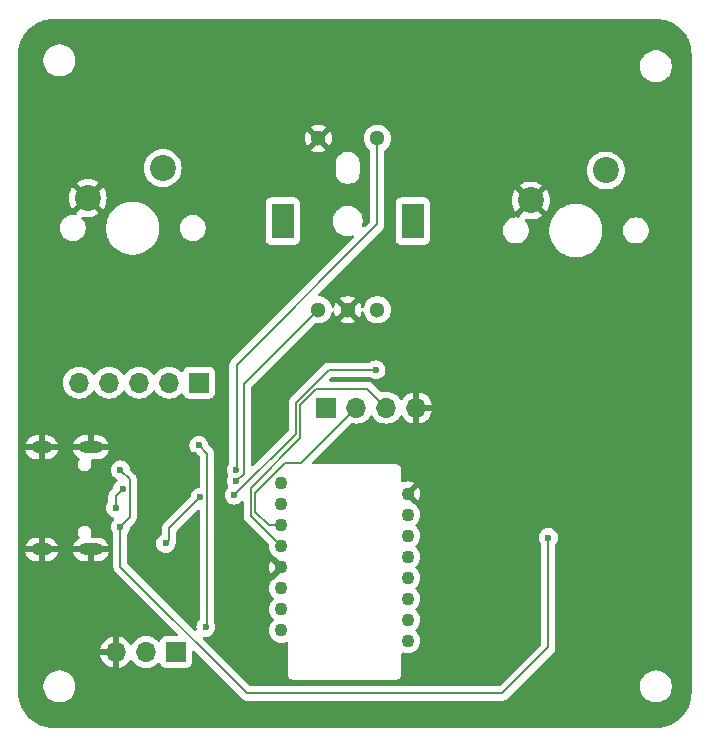
<source format=gbr>
%TF.GenerationSoftware,KiCad,Pcbnew,8.0.6*%
%TF.CreationDate,2024-12-31T08:05:46-06:00*%
%TF.ProjectId,003Ball,30303342-616c-46c2-9e6b-696361645f70,rev?*%
%TF.SameCoordinates,Original*%
%TF.FileFunction,Copper,L2,Bot*%
%TF.FilePolarity,Positive*%
%FSLAX46Y46*%
G04 Gerber Fmt 4.6, Leading zero omitted, Abs format (unit mm)*
G04 Created by KiCad (PCBNEW 8.0.6) date 2024-12-31 08:05:46*
%MOMM*%
%LPD*%
G01*
G04 APERTURE LIST*
%TA.AperFunction,ComponentPad*%
%ADD10C,1.100000*%
%TD*%
%TA.AperFunction,ComponentPad*%
%ADD11C,2.200000*%
%TD*%
%TA.AperFunction,ComponentPad*%
%ADD12R,1.900000X3.000000*%
%TD*%
%TA.AperFunction,ComponentPad*%
%ADD13C,1.300000*%
%TD*%
%TA.AperFunction,ComponentPad*%
%ADD14R,1.700000X1.700000*%
%TD*%
%TA.AperFunction,ComponentPad*%
%ADD15O,1.700000X1.700000*%
%TD*%
%TA.AperFunction,ComponentPad*%
%ADD16O,2.100000X1.000000*%
%TD*%
%TA.AperFunction,ComponentPad*%
%ADD17O,1.800000X1.000000*%
%TD*%
%TA.AperFunction,ViaPad*%
%ADD18C,0.600000*%
%TD*%
%TA.AperFunction,Conductor*%
%ADD19C,0.200000*%
%TD*%
G04 APERTURE END LIST*
D10*
%TO.P,U2,1,Reserved*%
%TO.N,unconnected-(U2-Reserved-Pad1)*%
X184500000Y-84150000D03*
%TO.P,U2,2,Reserved*%
%TO.N,unconnected-(U2-Reserved-Pad2)*%
X184500000Y-82370000D03*
%TO.P,U2,3,VDCPix*%
%TO.N,Net-(U2-VDCPix)*%
X184500000Y-80590000D03*
%TO.P,U2,4,VCC*%
%TO.N,+1V8*%
X184500000Y-78810000D03*
%TO.P,U2,5,VDDIO*%
%TO.N,VCC*%
X184500000Y-77030000D03*
%TO.P,U2,6,GPO*%
%TO.N,unconnected-(U2-GPO-Pad6)*%
X184500000Y-75250000D03*
%TO.P,U2,7,Reset*%
%TO.N,Rst*%
X184500000Y-73470000D03*
%TO.P,U2,8,VSS*%
%TO.N,VSS*%
X184500000Y-71690000D03*
%TO.P,U2,9,MOTION*%
%TO.N,Motion*%
X173800000Y-70800000D03*
%TO.P,U2,10,SCLK*%
%TO.N,SCLK*%
X173800000Y-72580000D03*
%TO.P,U2,11,MOSI*%
%TO.N,MOSI*%
X173800000Y-74360000D03*
%TO.P,U2,12,MISO*%
%TO.N,MISO*%
X173800000Y-76140000D03*
%TO.P,U2,13,NCS*%
%TO.N,VSS*%
X173800000Y-77920000D03*
%TO.P,U2,14,Reserved*%
%TO.N,unconnected-(U2-Reserved-Pad14)*%
X173800000Y-79700000D03*
%TO.P,U2,15,LED*%
%TO.N,Net-(U2-LED)*%
X173800000Y-81480000D03*
%TO.P,U2,16,Reserved*%
%TO.N,unconnected-(U2-Reserved-Pad16)*%
X173800000Y-83260000D03*
%TD*%
D11*
%TO.P,SW3,1,1*%
%TO.N,Right*%
X201260000Y-44320000D03*
%TO.P,SW3,2,2*%
%TO.N,VSS*%
X194910000Y-46860000D03*
%TD*%
D12*
%TO.P,SW2,*%
%TO.N,*%
X173915000Y-48605000D03*
X184915000Y-48605000D03*
D13*
%TO.P,SW2,A,A*%
%TO.N,/RotaryB*%
X176915000Y-56105000D03*
%TO.P,SW2,B,B*%
%TO.N,/RotaryA*%
X181915000Y-56105000D03*
%TO.P,SW2,C,C*%
%TO.N,VSS*%
X179415000Y-56105000D03*
%TO.P,SW2,S1,S1*%
X176915000Y-41605000D03*
%TO.P,SW2,S2,S2*%
%TO.N,/RotaryS*%
X181915000Y-41605000D03*
%TD*%
D11*
%TO.P,SW1,1,1*%
%TO.N,Left*%
X163740000Y-44120000D03*
%TO.P,SW1,2,2*%
%TO.N,VSS*%
X157390000Y-46660000D03*
%TD*%
D14*
%TO.P,J4,1,Pin_1*%
%TO.N,SCLK*%
X177600000Y-64400000D03*
D15*
%TO.P,J4,2,Pin_2*%
%TO.N,MOSI*%
X180140000Y-64400000D03*
%TO.P,J4,3,Pin_3*%
%TO.N,MISO*%
X182680000Y-64400000D03*
%TO.P,J4,4,Pin_4*%
%TO.N,VSS*%
X185220000Y-64400000D03*
%TD*%
D14*
%TO.P,J3,1,Pin_1*%
%TO.N,Net-(J3-Pin_1)*%
X166832500Y-62275000D03*
D15*
%TO.P,J3,2,Pin_2*%
%TO.N,Net-(J3-Pin_2)*%
X164292500Y-62275000D03*
%TO.P,J3,3,Pin_3*%
%TO.N,Net-(J3-Pin_3)*%
X161752500Y-62275000D03*
%TO.P,J3,4,Pin_4*%
%TO.N,Net-(J3-Pin_4)*%
X159212500Y-62275000D03*
%TO.P,J3,5,Pin_5*%
%TO.N,Net-(J3-Pin_5)*%
X156672500Y-62275000D03*
%TD*%
D14*
%TO.P,J2,1,Pin_1*%
%TO.N,VCC*%
X164880000Y-85100000D03*
D15*
%TO.P,J2,2,Pin_2*%
%TO.N,SWIO*%
X162340000Y-85100000D03*
%TO.P,J2,3,Pin_3*%
%TO.N,VSS*%
X159800000Y-85100000D03*
%TD*%
D16*
%TO.P,J1,S1,SHIELD*%
%TO.N,VSS*%
X157640000Y-67755000D03*
D17*
X153490000Y-67755000D03*
D16*
X157640000Y-76395000D03*
D17*
X153490000Y-76395000D03*
%TD*%
D18*
%TO.N,VSS*%
X155200000Y-65400000D03*
X168400000Y-65000000D03*
X166200000Y-66400000D03*
X164400000Y-67600000D03*
X166000000Y-70400000D03*
X166400000Y-77000000D03*
X198800000Y-77400000D03*
X198400000Y-84000000D03*
X190400000Y-76400000D03*
X191400000Y-85800000D03*
X186400000Y-85800000D03*
X194800000Y-76800000D03*
X166400000Y-68400000D03*
%TO.N,VCC*%
X167400000Y-83000000D03*
X166800000Y-67600000D03*
%TO.N,+5V*%
X196400000Y-75400000D03*
%TO.N,DPU*%
X164000000Y-75900000D03*
X166900000Y-72000000D03*
%TO.N,/RotaryA*%
X181800000Y-61200000D03*
X169800000Y-71800000D03*
%TO.N,/RotaryB*%
X169983202Y-70592776D03*
%TO.N,/RotaryS*%
X169956809Y-69699930D03*
%TO.N,+5V*%
X160152500Y-69675000D03*
X160152500Y-74475000D03*
%TO.N,D+*%
X160352500Y-71275000D03*
X159752500Y-72900000D03*
%TD*%
D19*
%TO.N,VCC*%
X167500000Y-68300000D02*
X167500000Y-82900000D01*
X166800000Y-67600000D02*
X167500000Y-68300000D01*
X167500000Y-82900000D02*
X167400000Y-83000000D01*
%TO.N,+5V*%
X160152500Y-74475000D02*
X160152500Y-77852500D01*
X160152500Y-77852500D02*
X170900000Y-88600000D01*
X170900000Y-88600000D02*
X192500000Y-88600000D01*
X196400000Y-84700000D02*
X196400000Y-75400000D01*
X192500000Y-88600000D02*
X196400000Y-84700000D01*
%TO.N,MISO*%
X182680000Y-64400000D02*
X181080000Y-62800000D01*
X181080000Y-62800000D02*
X176765686Y-62800000D01*
X176765686Y-62800000D02*
X175400000Y-64165686D01*
X175400000Y-64165686D02*
X175400000Y-66965686D01*
X171200000Y-71165686D02*
X171200000Y-73540000D01*
X175400000Y-66965686D02*
X171200000Y-71165686D01*
X171200000Y-73540000D02*
X173800000Y-76140000D01*
%TO.N,/RotaryA*%
X175000000Y-66600000D02*
X175000000Y-64000000D01*
X169800000Y-71800000D02*
X175000000Y-66600000D01*
X177800000Y-61200000D02*
X181800000Y-61200000D01*
X175000000Y-64000000D02*
X177800000Y-61200000D01*
%TO.N,DPU*%
X164300000Y-74600000D02*
X166900000Y-72000000D01*
X164300000Y-75600000D02*
X164300000Y-74600000D01*
X164000000Y-75900000D02*
X164300000Y-75600000D01*
%TO.N,/RotaryS*%
X181915000Y-41605000D02*
X181915000Y-48885000D01*
X181915000Y-48885000D02*
X170000000Y-60800000D01*
X170000000Y-60800000D02*
X170000000Y-69656739D01*
X170000000Y-69656739D02*
X169956809Y-69699930D01*
%TO.N,/RotaryB*%
X170600000Y-69975978D02*
X169983202Y-70592776D01*
X176915000Y-56105000D02*
X170600000Y-62420000D01*
X170600000Y-62420000D02*
X170600000Y-69975978D01*
%TO.N,MOSI*%
X180140000Y-64400000D02*
X175460000Y-69080000D01*
X172760000Y-74360000D02*
X173800000Y-74360000D01*
X175460000Y-69080000D02*
X174120000Y-69080000D01*
X174120000Y-69080000D02*
X171600000Y-71600000D01*
X171600000Y-71600000D02*
X171600000Y-73200000D01*
X171600000Y-73200000D02*
X172760000Y-74360000D01*
%TO.N,+5V*%
X160152500Y-74475000D02*
X160952500Y-73675000D01*
X160952500Y-73675000D02*
X160952500Y-70475000D01*
X160952500Y-70475000D02*
X160152500Y-69675000D01*
%TO.N,D+*%
X159752500Y-71875000D02*
X160352500Y-71275000D01*
X159752500Y-72900000D02*
X159752500Y-71875000D01*
%TD*%
%TA.AperFunction,Conductor*%
%TO.N,VSS*%
G36*
X205528365Y-31475544D02*
G01*
X205832169Y-31491468D01*
X205845075Y-31492824D01*
X206142334Y-31539907D01*
X206155017Y-31542602D01*
X206445740Y-31620503D01*
X206458085Y-31624514D01*
X206739070Y-31732375D01*
X206750905Y-31737645D01*
X207019087Y-31874291D01*
X207030322Y-31880779D01*
X207282727Y-32044693D01*
X207293228Y-32052322D01*
X207527129Y-32241732D01*
X207536774Y-32250417D01*
X207749582Y-32463225D01*
X207758267Y-32472870D01*
X207947677Y-32706771D01*
X207955306Y-32717272D01*
X208119220Y-32969677D01*
X208125710Y-32980917D01*
X208262349Y-33249083D01*
X208267628Y-33260940D01*
X208375485Y-33541915D01*
X208379496Y-33554259D01*
X208457395Y-33844975D01*
X208460093Y-33857671D01*
X208507174Y-34154923D01*
X208508531Y-34167830D01*
X208524456Y-34471626D01*
X208524626Y-34478117D01*
X208524626Y-88521874D01*
X208524456Y-88528365D01*
X208508531Y-88832169D01*
X208507174Y-88845076D01*
X208460093Y-89142328D01*
X208457395Y-89155024D01*
X208379496Y-89445740D01*
X208375485Y-89458084D01*
X208267628Y-89739059D01*
X208262349Y-89750916D01*
X208125710Y-90019082D01*
X208119220Y-90030322D01*
X207955306Y-90282727D01*
X207947677Y-90293228D01*
X207758267Y-90527129D01*
X207749582Y-90536774D01*
X207536774Y-90749582D01*
X207527129Y-90758267D01*
X207293228Y-90947677D01*
X207282727Y-90955306D01*
X207030322Y-91119220D01*
X207019082Y-91125710D01*
X206750916Y-91262349D01*
X206739059Y-91267628D01*
X206458084Y-91375485D01*
X206445740Y-91379496D01*
X206155024Y-91457395D01*
X206142328Y-91460093D01*
X205845076Y-91507174D01*
X205832169Y-91508531D01*
X205528387Y-91524454D01*
X205521835Y-91524624D01*
X154574072Y-91499535D01*
X154573516Y-91499500D01*
X154565892Y-91499500D01*
X154503246Y-91499500D01*
X154496756Y-91499330D01*
X154192953Y-91483407D01*
X154180046Y-91482050D01*
X153882794Y-91434971D01*
X153870097Y-91432273D01*
X153579376Y-91354374D01*
X153567033Y-91350363D01*
X153286064Y-91242510D01*
X153274206Y-91237231D01*
X153006036Y-91100591D01*
X152994796Y-91094101D01*
X152742391Y-90930187D01*
X152731890Y-90922558D01*
X152497989Y-90733149D01*
X152488344Y-90724464D01*
X152275535Y-90511655D01*
X152266850Y-90502010D01*
X152077441Y-90268109D01*
X152069812Y-90257608D01*
X151905896Y-90005199D01*
X151899408Y-89993963D01*
X151769527Y-89739059D01*
X151762767Y-89725790D01*
X151757489Y-89713935D01*
X151649636Y-89432966D01*
X151645625Y-89420623D01*
X151644626Y-89416895D01*
X151567724Y-89129896D01*
X151565028Y-89117205D01*
X151559217Y-89080518D01*
X151517949Y-88819953D01*
X151516592Y-88807046D01*
X151500670Y-88503243D01*
X151500500Y-88496753D01*
X151500500Y-87893713D01*
X153649500Y-87893713D01*
X153649500Y-88106287D01*
X153682754Y-88316243D01*
X153743514Y-88503243D01*
X153748444Y-88518414D01*
X153844951Y-88707820D01*
X153969890Y-88879786D01*
X154120213Y-89030109D01*
X154292179Y-89155048D01*
X154292181Y-89155049D01*
X154292184Y-89155051D01*
X154481588Y-89251557D01*
X154683757Y-89317246D01*
X154893713Y-89350500D01*
X154893714Y-89350500D01*
X155106286Y-89350500D01*
X155106287Y-89350500D01*
X155316243Y-89317246D01*
X155518412Y-89251557D01*
X155707816Y-89155051D01*
X155759907Y-89117205D01*
X155879786Y-89030109D01*
X155879788Y-89030106D01*
X155879792Y-89030104D01*
X156030104Y-88879792D01*
X156030106Y-88879788D01*
X156030109Y-88879786D01*
X156155048Y-88707820D01*
X156155047Y-88707820D01*
X156155051Y-88707816D01*
X156251557Y-88518412D01*
X156317246Y-88316243D01*
X156350500Y-88106287D01*
X156350500Y-87893713D01*
X156317246Y-87683757D01*
X156251557Y-87481588D01*
X156155051Y-87292184D01*
X156155049Y-87292181D01*
X156155048Y-87292179D01*
X156030109Y-87120213D01*
X155879786Y-86969890D01*
X155707820Y-86844951D01*
X155518414Y-86748444D01*
X155518413Y-86748443D01*
X155518412Y-86748443D01*
X155316243Y-86682754D01*
X155316241Y-86682753D01*
X155316240Y-86682753D01*
X155154957Y-86657208D01*
X155106287Y-86649500D01*
X154893713Y-86649500D01*
X154845042Y-86657208D01*
X154683760Y-86682753D01*
X154481585Y-86748444D01*
X154292179Y-86844951D01*
X154120213Y-86969890D01*
X153969890Y-87120213D01*
X153844951Y-87292179D01*
X153748444Y-87481585D01*
X153682753Y-87683760D01*
X153649500Y-87893713D01*
X151500500Y-87893713D01*
X151500500Y-84849999D01*
X158469364Y-84849999D01*
X158469364Y-84850000D01*
X159366988Y-84850000D01*
X159334075Y-84907007D01*
X159300000Y-85034174D01*
X159300000Y-85165826D01*
X159334075Y-85292993D01*
X159366988Y-85350000D01*
X158469364Y-85350000D01*
X158526567Y-85563486D01*
X158526570Y-85563492D01*
X158626399Y-85777578D01*
X158761894Y-85971082D01*
X158928917Y-86138105D01*
X159122421Y-86273600D01*
X159336507Y-86373429D01*
X159336516Y-86373433D01*
X159550000Y-86430634D01*
X159550000Y-85533012D01*
X159607007Y-85565925D01*
X159734174Y-85600000D01*
X159865826Y-85600000D01*
X159992993Y-85565925D01*
X160050000Y-85533012D01*
X160050000Y-86430633D01*
X160263483Y-86373433D01*
X160263492Y-86373429D01*
X160477578Y-86273600D01*
X160671082Y-86138105D01*
X160838105Y-85971082D01*
X160968119Y-85785405D01*
X161022696Y-85741781D01*
X161092195Y-85734588D01*
X161154549Y-85766110D01*
X161171269Y-85785405D01*
X161301505Y-85971401D01*
X161468599Y-86138495D01*
X161565384Y-86206265D01*
X161662165Y-86274032D01*
X161662167Y-86274033D01*
X161662170Y-86274035D01*
X161876337Y-86373903D01*
X162104592Y-86435063D01*
X162281034Y-86450500D01*
X162339999Y-86455659D01*
X162340000Y-86455659D01*
X162340001Y-86455659D01*
X162398966Y-86450500D01*
X162575408Y-86435063D01*
X162803663Y-86373903D01*
X163017830Y-86274035D01*
X163211401Y-86138495D01*
X163333329Y-86016566D01*
X163394648Y-85983084D01*
X163464340Y-85988068D01*
X163520274Y-86029939D01*
X163537189Y-86060917D01*
X163586202Y-86192328D01*
X163586206Y-86192335D01*
X163672452Y-86307544D01*
X163672455Y-86307547D01*
X163787664Y-86393793D01*
X163787671Y-86393797D01*
X163922517Y-86444091D01*
X163922516Y-86444091D01*
X163929444Y-86444835D01*
X163982127Y-86450500D01*
X165777872Y-86450499D01*
X165837483Y-86444091D01*
X165972331Y-86393796D01*
X166087546Y-86307546D01*
X166173796Y-86192331D01*
X166224091Y-86057483D01*
X166230500Y-85997873D01*
X166230499Y-85079095D01*
X166250183Y-85012057D01*
X166302987Y-84966302D01*
X166372146Y-84956358D01*
X166435702Y-84985383D01*
X166442180Y-84991415D01*
X170415139Y-88964374D01*
X170415149Y-88964385D01*
X170419479Y-88968715D01*
X170419480Y-88968716D01*
X170531284Y-89080520D01*
X170605955Y-89123631D01*
X170668215Y-89159577D01*
X170820942Y-89200500D01*
X170820943Y-89200500D01*
X192413331Y-89200500D01*
X192413347Y-89200501D01*
X192420943Y-89200501D01*
X192579054Y-89200501D01*
X192579057Y-89200501D01*
X192731785Y-89159577D01*
X192794045Y-89123631D01*
X192868716Y-89080520D01*
X192980520Y-88968716D01*
X192980520Y-88968714D01*
X192990724Y-88958511D01*
X192990728Y-88958506D01*
X194055521Y-87893713D01*
X204149500Y-87893713D01*
X204149500Y-88106287D01*
X204182754Y-88316243D01*
X204243514Y-88503243D01*
X204248444Y-88518414D01*
X204344951Y-88707820D01*
X204469890Y-88879786D01*
X204620213Y-89030109D01*
X204792179Y-89155048D01*
X204792181Y-89155049D01*
X204792184Y-89155051D01*
X204981588Y-89251557D01*
X205183757Y-89317246D01*
X205393713Y-89350500D01*
X205393714Y-89350500D01*
X205606286Y-89350500D01*
X205606287Y-89350500D01*
X205816243Y-89317246D01*
X206018412Y-89251557D01*
X206207816Y-89155051D01*
X206259907Y-89117205D01*
X206379786Y-89030109D01*
X206379788Y-89030106D01*
X206379792Y-89030104D01*
X206530104Y-88879792D01*
X206530106Y-88879788D01*
X206530109Y-88879786D01*
X206655048Y-88707820D01*
X206655047Y-88707820D01*
X206655051Y-88707816D01*
X206751557Y-88518412D01*
X206817246Y-88316243D01*
X206850500Y-88106287D01*
X206850500Y-87893713D01*
X206817246Y-87683757D01*
X206751557Y-87481588D01*
X206655051Y-87292184D01*
X206655049Y-87292181D01*
X206655048Y-87292179D01*
X206530109Y-87120213D01*
X206379786Y-86969890D01*
X206207820Y-86844951D01*
X206018414Y-86748444D01*
X206018413Y-86748443D01*
X206018412Y-86748443D01*
X205816243Y-86682754D01*
X205816241Y-86682753D01*
X205816240Y-86682753D01*
X205654957Y-86657208D01*
X205606287Y-86649500D01*
X205393713Y-86649500D01*
X205345042Y-86657208D01*
X205183760Y-86682753D01*
X204981585Y-86748444D01*
X204792179Y-86844951D01*
X204620213Y-86969890D01*
X204469890Y-87120213D01*
X204344951Y-87292179D01*
X204248444Y-87481585D01*
X204182753Y-87683760D01*
X204149500Y-87893713D01*
X194055521Y-87893713D01*
X196758506Y-85190728D01*
X196758511Y-85190724D01*
X196768714Y-85180520D01*
X196768716Y-85180520D01*
X196880520Y-85068716D01*
X196938774Y-84967816D01*
X196959577Y-84931785D01*
X197000501Y-84779057D01*
X197000501Y-84620943D01*
X197000501Y-84613348D01*
X197000500Y-84613330D01*
X197000500Y-75982412D01*
X197020185Y-75915373D01*
X197027555Y-75905097D01*
X197029810Y-75902267D01*
X197029816Y-75902262D01*
X197125789Y-75749522D01*
X197185368Y-75579255D01*
X197185369Y-75579249D01*
X197205565Y-75400003D01*
X197205565Y-75399996D01*
X197185369Y-75220750D01*
X197185368Y-75220745D01*
X197173607Y-75187135D01*
X197125789Y-75050478D01*
X197029816Y-74897738D01*
X196902262Y-74770184D01*
X196858781Y-74742863D01*
X196749523Y-74674211D01*
X196579254Y-74614631D01*
X196579249Y-74614630D01*
X196400004Y-74594435D01*
X196399996Y-74594435D01*
X196220750Y-74614630D01*
X196220745Y-74614631D01*
X196050476Y-74674211D01*
X195897737Y-74770184D01*
X195770184Y-74897737D01*
X195674211Y-75050476D01*
X195614631Y-75220745D01*
X195614630Y-75220750D01*
X195594435Y-75399996D01*
X195594435Y-75400003D01*
X195614630Y-75579249D01*
X195614631Y-75579254D01*
X195674211Y-75749523D01*
X195728833Y-75836452D01*
X195768760Y-75899996D01*
X195770185Y-75902263D01*
X195772445Y-75905097D01*
X195773334Y-75907275D01*
X195773889Y-75908158D01*
X195773734Y-75908255D01*
X195798855Y-75969783D01*
X195799500Y-75982412D01*
X195799500Y-84399903D01*
X195779815Y-84466942D01*
X195763181Y-84487584D01*
X192287584Y-87963181D01*
X192226261Y-87996666D01*
X192199903Y-87999500D01*
X171200097Y-87999500D01*
X171133058Y-87979815D01*
X171112416Y-87963181D01*
X167148847Y-83999612D01*
X167115362Y-83938289D01*
X167120346Y-83868597D01*
X167162218Y-83812664D01*
X167227682Y-83788247D01*
X167250411Y-83788711D01*
X167399996Y-83805565D01*
X167400000Y-83805565D01*
X167400004Y-83805565D01*
X167579249Y-83785369D01*
X167579252Y-83785368D01*
X167579255Y-83785368D01*
X167749522Y-83725789D01*
X167902262Y-83629816D01*
X168029816Y-83502262D01*
X168125789Y-83349522D01*
X168185368Y-83179255D01*
X168185369Y-83179249D01*
X168205565Y-83000003D01*
X168205565Y-82999996D01*
X168185369Y-82820750D01*
X168185366Y-82820737D01*
X168125790Y-82650479D01*
X168119506Y-82640478D01*
X168100500Y-82574507D01*
X168100500Y-77920000D01*
X172744919Y-77920000D01*
X172765191Y-78125834D01*
X172825233Y-78323766D01*
X172900975Y-78465469D01*
X172900976Y-78465469D01*
X173446447Y-77920000D01*
X172900976Y-77374529D01*
X172900975Y-77374529D01*
X172825234Y-77516234D01*
X172765191Y-77714166D01*
X172744919Y-77920000D01*
X168100500Y-77920000D01*
X168100500Y-71799996D01*
X168994435Y-71799996D01*
X168994435Y-71800003D01*
X169014630Y-71979249D01*
X169014631Y-71979254D01*
X169074211Y-72149523D01*
X169090875Y-72176043D01*
X169170184Y-72302262D01*
X169297738Y-72429816D01*
X169450478Y-72525789D01*
X169541692Y-72557706D01*
X169620745Y-72585368D01*
X169620750Y-72585369D01*
X169799996Y-72605565D01*
X169800000Y-72605565D01*
X169800004Y-72605565D01*
X169979249Y-72585369D01*
X169979252Y-72585368D01*
X169979255Y-72585368D01*
X170149522Y-72525789D01*
X170302262Y-72429816D01*
X170387819Y-72344259D01*
X170449142Y-72310774D01*
X170518834Y-72315758D01*
X170574767Y-72357630D01*
X170599184Y-72423094D01*
X170599500Y-72431940D01*
X170599500Y-73453330D01*
X170599499Y-73453348D01*
X170599499Y-73619054D01*
X170599498Y-73619054D01*
X170635672Y-73754057D01*
X170640423Y-73771785D01*
X170657002Y-73800500D01*
X170706536Y-73886296D01*
X170719479Y-73908714D01*
X170719481Y-73908717D01*
X170838349Y-74027585D01*
X170838355Y-74027590D01*
X172721447Y-75910682D01*
X172754932Y-75972005D01*
X172757169Y-76010516D01*
X172745630Y-76127685D01*
X172744417Y-76140000D01*
X172746632Y-76162497D01*
X172764699Y-76345932D01*
X172764700Y-76345934D01*
X172824768Y-76543954D01*
X172922315Y-76726450D01*
X172922317Y-76726452D01*
X173053589Y-76886410D01*
X173184864Y-76994143D01*
X173213550Y-77017685D01*
X173213552Y-77017686D01*
X173213555Y-77017688D01*
X173278294Y-77052292D01*
X173307522Y-77073969D01*
X173803553Y-77570000D01*
X173753922Y-77570000D01*
X173664905Y-77593852D01*
X173585095Y-77639930D01*
X173519930Y-77705095D01*
X173473852Y-77784905D01*
X173450000Y-77873922D01*
X173450000Y-77966078D01*
X173473852Y-78055095D01*
X173519930Y-78134905D01*
X173585095Y-78200070D01*
X173664905Y-78246148D01*
X173753922Y-78270000D01*
X173803551Y-78270000D01*
X173307522Y-78766029D01*
X173278297Y-78787705D01*
X173213549Y-78822315D01*
X173053589Y-78953589D01*
X172922317Y-79113547D01*
X172824769Y-79296043D01*
X172764699Y-79494067D01*
X172744417Y-79700000D01*
X172764699Y-79905932D01*
X172764700Y-79905934D01*
X172824768Y-80103954D01*
X172922315Y-80286450D01*
X172922317Y-80286452D01*
X173053590Y-80446410D01*
X173111757Y-80494147D01*
X173151091Y-80551892D01*
X173152962Y-80621737D01*
X173116774Y-80681505D01*
X173111757Y-80685853D01*
X173053590Y-80733589D01*
X172922317Y-80893547D01*
X172824769Y-81076043D01*
X172764699Y-81274067D01*
X172744417Y-81480000D01*
X172764699Y-81685932D01*
X172764700Y-81685934D01*
X172824768Y-81883954D01*
X172922315Y-82066450D01*
X172922317Y-82066452D01*
X173053590Y-82226410D01*
X173111757Y-82274147D01*
X173151091Y-82331892D01*
X173152962Y-82401737D01*
X173116774Y-82461505D01*
X173111757Y-82465853D01*
X173053590Y-82513589D01*
X172922317Y-82673547D01*
X172824769Y-82856043D01*
X172764699Y-83054067D01*
X172744417Y-83260000D01*
X172764699Y-83465932D01*
X172764700Y-83465934D01*
X172824768Y-83663954D01*
X172922315Y-83846450D01*
X172956969Y-83888677D01*
X173053589Y-84006410D01*
X173120719Y-84061501D01*
X173213550Y-84137685D01*
X173396046Y-84235232D01*
X173594066Y-84295300D01*
X173594065Y-84295300D01*
X173612529Y-84297118D01*
X173800000Y-84315583D01*
X174005934Y-84295300D01*
X174189508Y-84239613D01*
X174259372Y-84238991D01*
X174318484Y-84276239D01*
X174348075Y-84339533D01*
X174349500Y-84358275D01*
X174349500Y-87005891D01*
X174383608Y-87133187D01*
X174416554Y-87190250D01*
X174449500Y-87247314D01*
X174542686Y-87340500D01*
X174656814Y-87406392D01*
X174784108Y-87440500D01*
X174784110Y-87440500D01*
X183515890Y-87440500D01*
X183515892Y-87440500D01*
X183643186Y-87406392D01*
X183757314Y-87340500D01*
X183850500Y-87247314D01*
X183916392Y-87133186D01*
X183950500Y-87005892D01*
X183950500Y-85248275D01*
X183970185Y-85181236D01*
X184022989Y-85135481D01*
X184092147Y-85125537D01*
X184110482Y-85129611D01*
X184294066Y-85185300D01*
X184294065Y-85185300D01*
X184312529Y-85187118D01*
X184500000Y-85205583D01*
X184705934Y-85185300D01*
X184903954Y-85125232D01*
X185086450Y-85027685D01*
X185246410Y-84896410D01*
X185377685Y-84736450D01*
X185475232Y-84553954D01*
X185535300Y-84355934D01*
X185555583Y-84150000D01*
X185535300Y-83944066D01*
X185475232Y-83746046D01*
X185377685Y-83563550D01*
X185297574Y-83465934D01*
X185246410Y-83403589D01*
X185188243Y-83355854D01*
X185148908Y-83298108D01*
X185147037Y-83228264D01*
X185183224Y-83168495D01*
X185188243Y-83164146D01*
X185246410Y-83116410D01*
X185297574Y-83054066D01*
X185377685Y-82956450D01*
X185475232Y-82773954D01*
X185535300Y-82575934D01*
X185555583Y-82370000D01*
X185535300Y-82164066D01*
X185475232Y-81966046D01*
X185377685Y-81783550D01*
X185297574Y-81685934D01*
X185246410Y-81623589D01*
X185188243Y-81575854D01*
X185148908Y-81518108D01*
X185147037Y-81448264D01*
X185183224Y-81388495D01*
X185188243Y-81384146D01*
X185246410Y-81336410D01*
X185297574Y-81274066D01*
X185377685Y-81176450D01*
X185475232Y-80993954D01*
X185535300Y-80795934D01*
X185555583Y-80590000D01*
X185535300Y-80384066D01*
X185475232Y-80186046D01*
X185377685Y-80003550D01*
X185297574Y-79905934D01*
X185246410Y-79843589D01*
X185188243Y-79795854D01*
X185148908Y-79738108D01*
X185147037Y-79668264D01*
X185183224Y-79608495D01*
X185188243Y-79604146D01*
X185246410Y-79556410D01*
X185297574Y-79494066D01*
X185377685Y-79396450D01*
X185475232Y-79213954D01*
X185535300Y-79015934D01*
X185555583Y-78810000D01*
X185535300Y-78604066D01*
X185475232Y-78406046D01*
X185377685Y-78223550D01*
X185325702Y-78160209D01*
X185246410Y-78063589D01*
X185188243Y-78015854D01*
X185148908Y-77958108D01*
X185147037Y-77888264D01*
X185183224Y-77828495D01*
X185188243Y-77824146D01*
X185246410Y-77776410D01*
X185255093Y-77765830D01*
X185377685Y-77616450D01*
X185475232Y-77433954D01*
X185535300Y-77235934D01*
X185555583Y-77030000D01*
X185535300Y-76824066D01*
X185475232Y-76626046D01*
X185377685Y-76443550D01*
X185297574Y-76345934D01*
X185246410Y-76283589D01*
X185188243Y-76235854D01*
X185148908Y-76178108D01*
X185147037Y-76108264D01*
X185183224Y-76048495D01*
X185188243Y-76044146D01*
X185246410Y-75996410D01*
X185257898Y-75982412D01*
X185377685Y-75836450D01*
X185475232Y-75653954D01*
X185535300Y-75455934D01*
X185555583Y-75250000D01*
X185535300Y-75044066D01*
X185475232Y-74846046D01*
X185377685Y-74663550D01*
X185298722Y-74567333D01*
X185246410Y-74503589D01*
X185188243Y-74455854D01*
X185148908Y-74398108D01*
X185147037Y-74328264D01*
X185183224Y-74268495D01*
X185188243Y-74264146D01*
X185246410Y-74216410D01*
X185288000Y-74165732D01*
X185377685Y-74056450D01*
X185475232Y-73873954D01*
X185535300Y-73675934D01*
X185555583Y-73470000D01*
X185535300Y-73264066D01*
X185475232Y-73066046D01*
X185377685Y-72883550D01*
X185297574Y-72785934D01*
X185246410Y-72723589D01*
X185086451Y-72592315D01*
X185021703Y-72557706D01*
X184992477Y-72536030D01*
X184496447Y-72040000D01*
X184546078Y-72040000D01*
X184635095Y-72016148D01*
X184714905Y-71970070D01*
X184780070Y-71904905D01*
X184826148Y-71825095D01*
X184850000Y-71736078D01*
X184850000Y-71689999D01*
X184853553Y-71689999D01*
X184853553Y-71690000D01*
X185399022Y-72235469D01*
X185474766Y-72093764D01*
X185534808Y-71895834D01*
X185555080Y-71690000D01*
X185534808Y-71484165D01*
X185474766Y-71286233D01*
X185399023Y-71144528D01*
X184853553Y-71689999D01*
X184850000Y-71689999D01*
X184850000Y-71643922D01*
X184826148Y-71554905D01*
X184780070Y-71475095D01*
X184714905Y-71409930D01*
X184635095Y-71363852D01*
X184546078Y-71340000D01*
X184496447Y-71340000D01*
X184500000Y-71336447D01*
X185045469Y-70790976D01*
X185045469Y-70790975D01*
X184903766Y-70715233D01*
X184705834Y-70655191D01*
X184500000Y-70634919D01*
X184294165Y-70655191D01*
X184110495Y-70710907D01*
X184040628Y-70711530D01*
X183981515Y-70674282D01*
X183951924Y-70610987D01*
X183950500Y-70592246D01*
X183950500Y-69614110D01*
X183950500Y-69614108D01*
X183916392Y-69486814D01*
X183850500Y-69372686D01*
X183757314Y-69279500D01*
X183700250Y-69246554D01*
X183643187Y-69213608D01*
X183579539Y-69196554D01*
X183515892Y-69179500D01*
X183515891Y-69179500D01*
X176509097Y-69179500D01*
X176442058Y-69159815D01*
X176396303Y-69107011D01*
X176386359Y-69037853D01*
X176415384Y-68974297D01*
X176421416Y-68967819D01*
X177168292Y-68220943D01*
X179656470Y-65732763D01*
X179717791Y-65699280D01*
X179776238Y-65700670D01*
X179904592Y-65735063D01*
X180081034Y-65750500D01*
X180139999Y-65755659D01*
X180140000Y-65755659D01*
X180140001Y-65755659D01*
X180198966Y-65750500D01*
X180375408Y-65735063D01*
X180603663Y-65673903D01*
X180817830Y-65574035D01*
X181011401Y-65438495D01*
X181178495Y-65271401D01*
X181308425Y-65085842D01*
X181363002Y-65042217D01*
X181432500Y-65035023D01*
X181494855Y-65066546D01*
X181511575Y-65085842D01*
X181641281Y-65271082D01*
X181641505Y-65271401D01*
X181808599Y-65438495D01*
X181905384Y-65506265D01*
X182002165Y-65574032D01*
X182002167Y-65574033D01*
X182002170Y-65574035D01*
X182216337Y-65673903D01*
X182444592Y-65735063D01*
X182621034Y-65750500D01*
X182679999Y-65755659D01*
X182680000Y-65755659D01*
X182680001Y-65755659D01*
X182738966Y-65750500D01*
X182915408Y-65735063D01*
X183143663Y-65673903D01*
X183357830Y-65574035D01*
X183551401Y-65438495D01*
X183718495Y-65271401D01*
X183848730Y-65085405D01*
X183903307Y-65041781D01*
X183972805Y-65034587D01*
X184035160Y-65066110D01*
X184051879Y-65085405D01*
X184181890Y-65271078D01*
X184348917Y-65438105D01*
X184542421Y-65573600D01*
X184756507Y-65673429D01*
X184756516Y-65673433D01*
X184970000Y-65730634D01*
X184970000Y-64833012D01*
X185027007Y-64865925D01*
X185154174Y-64900000D01*
X185285826Y-64900000D01*
X185412993Y-64865925D01*
X185470000Y-64833012D01*
X185470000Y-65730633D01*
X185683483Y-65673433D01*
X185683492Y-65673429D01*
X185897578Y-65573600D01*
X186091082Y-65438105D01*
X186258105Y-65271082D01*
X186393600Y-65077578D01*
X186493429Y-64863492D01*
X186493432Y-64863486D01*
X186550636Y-64650000D01*
X185653012Y-64650000D01*
X185685925Y-64592993D01*
X185720000Y-64465826D01*
X185720000Y-64334174D01*
X185685925Y-64207007D01*
X185653012Y-64150000D01*
X186550636Y-64150000D01*
X186550635Y-64149999D01*
X186493432Y-63936513D01*
X186493429Y-63936507D01*
X186393600Y-63722422D01*
X186393599Y-63722420D01*
X186258113Y-63528926D01*
X186258108Y-63528920D01*
X186091082Y-63361894D01*
X185897578Y-63226399D01*
X185683492Y-63126570D01*
X185683486Y-63126567D01*
X185470000Y-63069364D01*
X185470000Y-63966988D01*
X185412993Y-63934075D01*
X185285826Y-63900000D01*
X185154174Y-63900000D01*
X185027007Y-63934075D01*
X184970000Y-63966988D01*
X184970000Y-63069364D01*
X184969999Y-63069364D01*
X184756513Y-63126567D01*
X184756507Y-63126570D01*
X184542422Y-63226399D01*
X184542420Y-63226400D01*
X184348926Y-63361886D01*
X184348920Y-63361891D01*
X184181891Y-63528920D01*
X184181890Y-63528922D01*
X184051880Y-63714595D01*
X183997303Y-63758219D01*
X183927804Y-63765412D01*
X183865450Y-63733890D01*
X183848730Y-63714594D01*
X183718494Y-63528597D01*
X183551402Y-63361506D01*
X183551395Y-63361501D01*
X183357834Y-63225967D01*
X183357830Y-63225965D01*
X183143663Y-63126097D01*
X183143659Y-63126096D01*
X183143655Y-63126094D01*
X182915413Y-63064938D01*
X182915403Y-63064936D01*
X182680001Y-63044341D01*
X182679999Y-63044341D01*
X182444596Y-63064936D01*
X182444583Y-63064939D01*
X182316241Y-63099327D01*
X182246392Y-63097664D01*
X182196468Y-63067233D01*
X181567590Y-62438355D01*
X181567588Y-62438352D01*
X181448717Y-62319481D01*
X181448716Y-62319480D01*
X181361904Y-62269360D01*
X181361904Y-62269359D01*
X181361900Y-62269358D01*
X181311785Y-62240423D01*
X181159057Y-62199499D01*
X181000943Y-62199499D01*
X180993347Y-62199499D01*
X180993331Y-62199500D01*
X177949097Y-62199500D01*
X177882058Y-62179815D01*
X177836303Y-62127011D01*
X177826359Y-62057853D01*
X177855384Y-61994297D01*
X177861416Y-61987819D01*
X178012416Y-61836819D01*
X178073739Y-61803334D01*
X178100097Y-61800500D01*
X181217588Y-61800500D01*
X181284627Y-61820185D01*
X181294903Y-61827555D01*
X181297736Y-61829814D01*
X181297738Y-61829816D01*
X181450478Y-61925789D01*
X181620745Y-61985368D01*
X181620750Y-61985369D01*
X181799996Y-62005565D01*
X181800000Y-62005565D01*
X181800004Y-62005565D01*
X181979249Y-61985369D01*
X181979252Y-61985368D01*
X181979255Y-61985368D01*
X182149522Y-61925789D01*
X182302262Y-61829816D01*
X182429816Y-61702262D01*
X182525789Y-61549522D01*
X182585368Y-61379255D01*
X182585608Y-61377127D01*
X182605565Y-61200003D01*
X182605565Y-61199996D01*
X182585369Y-61020750D01*
X182585368Y-61020745D01*
X182539289Y-60889059D01*
X182525789Y-60850478D01*
X182429816Y-60697738D01*
X182302262Y-60570184D01*
X182219363Y-60518095D01*
X182149523Y-60474211D01*
X181979254Y-60414631D01*
X181979249Y-60414630D01*
X181800004Y-60394435D01*
X181799996Y-60394435D01*
X181620750Y-60414630D01*
X181620745Y-60414631D01*
X181450476Y-60474211D01*
X181297736Y-60570185D01*
X181294903Y-60572445D01*
X181292724Y-60573334D01*
X181291842Y-60573889D01*
X181291744Y-60573734D01*
X181230217Y-60598855D01*
X181217588Y-60599500D01*
X177886669Y-60599500D01*
X177886653Y-60599499D01*
X177879057Y-60599499D01*
X177720943Y-60599499D01*
X177613587Y-60628265D01*
X177568210Y-60640424D01*
X177568209Y-60640425D01*
X177533066Y-60660716D01*
X177533064Y-60660717D01*
X177431290Y-60719475D01*
X177431282Y-60719481D01*
X174519481Y-63631282D01*
X174519480Y-63631284D01*
X174471382Y-63714594D01*
X174469361Y-63718094D01*
X174469359Y-63718096D01*
X174440425Y-63768209D01*
X174440424Y-63768210D01*
X174440423Y-63768215D01*
X174399499Y-63920943D01*
X174399499Y-63920945D01*
X174399499Y-64089046D01*
X174399500Y-64089059D01*
X174399500Y-66299902D01*
X174379815Y-66366941D01*
X174363181Y-66387583D01*
X171412181Y-69338583D01*
X171350858Y-69372068D01*
X171281166Y-69367084D01*
X171225233Y-69325212D01*
X171200816Y-69259748D01*
X171200500Y-69250902D01*
X171200500Y-62720097D01*
X171220185Y-62653058D01*
X171236819Y-62632416D01*
X173549757Y-60319478D01*
X176598175Y-57271059D01*
X176659496Y-57237576D01*
X176708639Y-57236853D01*
X176808390Y-57255500D01*
X176808392Y-57255500D01*
X177021608Y-57255500D01*
X177021610Y-57255500D01*
X177231198Y-57216321D01*
X177430019Y-57139298D01*
X177611302Y-57027052D01*
X177768872Y-56883407D01*
X177897366Y-56713255D01*
X177951270Y-56605000D01*
X177992403Y-56522394D01*
X177992403Y-56522393D01*
X177992405Y-56522389D01*
X178045994Y-56334043D01*
X178083273Y-56274952D01*
X178146583Y-56245395D01*
X178215823Y-56254757D01*
X178269009Y-56300067D01*
X178284526Y-56334046D01*
X178338058Y-56522196D01*
X178338064Y-56522211D01*
X178433061Y-56712991D01*
X178433064Y-56712996D01*
X178441836Y-56724610D01*
X178932037Y-56234409D01*
X178949075Y-56297993D01*
X179014901Y-56412007D01*
X179107993Y-56505099D01*
X179222007Y-56570925D01*
X179285590Y-56587962D01*
X178797991Y-57075559D01*
X178900204Y-57138847D01*
X178900208Y-57138849D01*
X179098936Y-57215836D01*
X179098941Y-57215837D01*
X179308439Y-57255000D01*
X179521561Y-57255000D01*
X179731058Y-57215837D01*
X179731063Y-57215836D01*
X179929791Y-57138849D01*
X179929798Y-57138846D01*
X180032006Y-57075560D01*
X180032006Y-57075559D01*
X179544410Y-56587962D01*
X179607993Y-56570925D01*
X179722007Y-56505099D01*
X179815099Y-56412007D01*
X179880925Y-56297993D01*
X179897962Y-56234409D01*
X180388162Y-56724609D01*
X180388163Y-56724609D01*
X180396940Y-56712988D01*
X180396942Y-56712985D01*
X180491933Y-56522216D01*
X180491938Y-56522203D01*
X180545472Y-56334047D01*
X180582751Y-56274953D01*
X180646061Y-56245395D01*
X180715300Y-56254757D01*
X180768487Y-56300066D01*
X180784005Y-56334045D01*
X180798537Y-56385118D01*
X180832675Y-56505099D01*
X180837596Y-56522392D01*
X180837596Y-56522394D01*
X180932632Y-56713253D01*
X180932634Y-56713255D01*
X181061128Y-56883407D01*
X181218698Y-57027052D01*
X181399981Y-57139298D01*
X181598802Y-57216321D01*
X181808390Y-57255500D01*
X181808392Y-57255500D01*
X182021608Y-57255500D01*
X182021610Y-57255500D01*
X182231198Y-57216321D01*
X182430019Y-57139298D01*
X182611302Y-57027052D01*
X182768872Y-56883407D01*
X182897366Y-56713255D01*
X182951270Y-56605000D01*
X182992403Y-56522394D01*
X182992403Y-56522393D01*
X182992405Y-56522389D01*
X183050756Y-56317310D01*
X183070429Y-56105000D01*
X183050756Y-55892690D01*
X182992405Y-55687611D01*
X182992403Y-55687606D01*
X182992403Y-55687605D01*
X182897367Y-55496746D01*
X182768872Y-55326593D01*
X182611302Y-55182948D01*
X182430019Y-55070702D01*
X182430017Y-55070701D01*
X182232447Y-54994163D01*
X182231198Y-54993679D01*
X182021610Y-54954500D01*
X181808390Y-54954500D01*
X181598802Y-54993679D01*
X181598799Y-54993679D01*
X181598799Y-54993680D01*
X181399982Y-55070701D01*
X181399980Y-55070702D01*
X181218699Y-55182947D01*
X181061127Y-55326593D01*
X180932632Y-55496746D01*
X180837596Y-55687605D01*
X180837596Y-55687607D01*
X180784005Y-55875954D01*
X180746725Y-55935047D01*
X180683415Y-55964604D01*
X180614176Y-55955242D01*
X180560990Y-55909931D01*
X180545472Y-55875952D01*
X180491938Y-55687796D01*
X180491933Y-55687783D01*
X180396942Y-55497014D01*
X180396937Y-55497006D01*
X180388163Y-55485389D01*
X179897962Y-55975589D01*
X179880925Y-55912007D01*
X179815099Y-55797993D01*
X179722007Y-55704901D01*
X179607993Y-55639075D01*
X179544409Y-55622037D01*
X180032007Y-55134439D01*
X179929793Y-55071151D01*
X179929789Y-55071149D01*
X179731063Y-54994163D01*
X179731058Y-54994162D01*
X179521561Y-54955000D01*
X179308439Y-54955000D01*
X179098941Y-54994162D01*
X179098936Y-54994163D01*
X178900210Y-55071149D01*
X178900201Y-55071154D01*
X178797992Y-55134438D01*
X178797991Y-55134439D01*
X179285590Y-55622037D01*
X179222007Y-55639075D01*
X179107993Y-55704901D01*
X179014901Y-55797993D01*
X178949075Y-55912007D01*
X178932037Y-55975589D01*
X178441836Y-55485388D01*
X178433059Y-55497010D01*
X178338066Y-55687783D01*
X178338058Y-55687803D01*
X178284526Y-55875953D01*
X178247247Y-55935046D01*
X178183938Y-55964604D01*
X178114698Y-55955242D01*
X178061511Y-55909932D01*
X178045994Y-55875954D01*
X178045994Y-55875953D01*
X177992405Y-55687611D01*
X177992403Y-55687606D01*
X177992403Y-55687605D01*
X177897367Y-55496746D01*
X177768872Y-55326593D01*
X177611302Y-55182948D01*
X177430019Y-55070702D01*
X177430017Y-55070701D01*
X177232447Y-54994163D01*
X177231198Y-54993679D01*
X177021610Y-54954500D01*
X176994097Y-54954500D01*
X176927058Y-54934815D01*
X176881303Y-54882011D01*
X176871359Y-54812853D01*
X176900384Y-54749297D01*
X176906416Y-54742819D01*
X182395520Y-49253716D01*
X182474577Y-49116784D01*
X182515501Y-48964057D01*
X182515501Y-48805942D01*
X182515501Y-48798347D01*
X182515500Y-48798329D01*
X182515500Y-47057135D01*
X183464500Y-47057135D01*
X183464500Y-50152870D01*
X183464501Y-50152876D01*
X183470908Y-50212483D01*
X183521202Y-50347328D01*
X183521206Y-50347335D01*
X183607452Y-50462544D01*
X183607455Y-50462547D01*
X183722664Y-50548793D01*
X183722671Y-50548797D01*
X183857517Y-50599091D01*
X183857516Y-50599091D01*
X183864444Y-50599835D01*
X183917127Y-50605500D01*
X185912872Y-50605499D01*
X185972483Y-50599091D01*
X186107331Y-50548796D01*
X186222546Y-50462546D01*
X186308796Y-50347331D01*
X186359091Y-50212483D01*
X186365500Y-50152873D01*
X186365500Y-49313389D01*
X192539500Y-49313389D01*
X192539500Y-49486610D01*
X192563793Y-49639995D01*
X192566598Y-49657701D01*
X192620127Y-49822445D01*
X192698768Y-49976788D01*
X192800586Y-50116928D01*
X192923072Y-50239414D01*
X193063212Y-50341232D01*
X193217555Y-50419873D01*
X193382299Y-50473402D01*
X193553389Y-50500500D01*
X193553390Y-50500500D01*
X193726610Y-50500500D01*
X193726611Y-50500500D01*
X193897701Y-50473402D01*
X194062445Y-50419873D01*
X194216788Y-50341232D01*
X194356928Y-50239414D01*
X194479414Y-50116928D01*
X194581232Y-49976788D01*
X194659873Y-49822445D01*
X194713402Y-49657701D01*
X194740500Y-49486611D01*
X194740500Y-49313389D01*
X194730854Y-49252486D01*
X196469500Y-49252486D01*
X196469500Y-49547513D01*
X196489037Y-49695904D01*
X196508007Y-49839993D01*
X196582212Y-50116930D01*
X196584361Y-50124951D01*
X196584364Y-50124961D01*
X196697254Y-50397500D01*
X196697258Y-50397510D01*
X196844761Y-50652993D01*
X197024352Y-50887040D01*
X197024358Y-50887047D01*
X197232952Y-51095641D01*
X197232959Y-51095647D01*
X197467006Y-51275238D01*
X197722489Y-51422741D01*
X197722490Y-51422741D01*
X197722493Y-51422743D01*
X197995048Y-51535639D01*
X198280007Y-51611993D01*
X198572494Y-51650500D01*
X198572501Y-51650500D01*
X198867499Y-51650500D01*
X198867506Y-51650500D01*
X199159993Y-51611993D01*
X199444952Y-51535639D01*
X199717507Y-51422743D01*
X199972994Y-51275238D01*
X200207042Y-51095646D01*
X200415646Y-50887042D01*
X200595238Y-50652994D01*
X200742743Y-50397507D01*
X200855639Y-50124952D01*
X200931993Y-49839993D01*
X200970500Y-49547506D01*
X200970500Y-49313389D01*
X202699500Y-49313389D01*
X202699500Y-49486610D01*
X202723793Y-49639995D01*
X202726598Y-49657701D01*
X202780127Y-49822445D01*
X202858768Y-49976788D01*
X202960586Y-50116928D01*
X203083072Y-50239414D01*
X203223212Y-50341232D01*
X203377555Y-50419873D01*
X203542299Y-50473402D01*
X203713389Y-50500500D01*
X203713390Y-50500500D01*
X203886610Y-50500500D01*
X203886611Y-50500500D01*
X204057701Y-50473402D01*
X204222445Y-50419873D01*
X204376788Y-50341232D01*
X204516928Y-50239414D01*
X204639414Y-50116928D01*
X204741232Y-49976788D01*
X204819873Y-49822445D01*
X204873402Y-49657701D01*
X204900500Y-49486611D01*
X204900500Y-49313389D01*
X204873402Y-49142299D01*
X204819873Y-48977555D01*
X204741232Y-48823212D01*
X204639414Y-48683072D01*
X204516928Y-48560586D01*
X204376788Y-48458768D01*
X204222445Y-48380127D01*
X204057701Y-48326598D01*
X204057699Y-48326597D01*
X204057698Y-48326597D01*
X203909271Y-48303089D01*
X203886611Y-48299500D01*
X203713389Y-48299500D01*
X203690729Y-48303089D01*
X203542302Y-48326597D01*
X203377552Y-48380128D01*
X203223211Y-48458768D01*
X203175822Y-48493199D01*
X203083072Y-48560586D01*
X203083070Y-48560588D01*
X203083069Y-48560588D01*
X202960588Y-48683069D01*
X202960588Y-48683070D01*
X202960586Y-48683072D01*
X202916859Y-48743256D01*
X202858768Y-48823211D01*
X202780128Y-48977552D01*
X202726597Y-49142302D01*
X202699500Y-49313389D01*
X200970500Y-49313389D01*
X200970500Y-49252494D01*
X200931993Y-48960007D01*
X200855639Y-48675048D01*
X200742743Y-48402493D01*
X200733449Y-48386396D01*
X200595238Y-48147006D01*
X200415647Y-47912959D01*
X200415641Y-47912952D01*
X200207047Y-47704358D01*
X200207040Y-47704352D01*
X199972993Y-47524761D01*
X199717510Y-47377258D01*
X199717500Y-47377254D01*
X199444961Y-47264364D01*
X199444954Y-47264362D01*
X199444952Y-47264361D01*
X199159993Y-47188007D01*
X199111113Y-47181571D01*
X198867513Y-47149500D01*
X198867506Y-47149500D01*
X198572494Y-47149500D01*
X198572486Y-47149500D01*
X198294085Y-47186153D01*
X198280007Y-47188007D01*
X198076400Y-47242563D01*
X197995048Y-47264361D01*
X197995038Y-47264364D01*
X197722499Y-47377254D01*
X197722489Y-47377258D01*
X197467006Y-47524761D01*
X197232959Y-47704352D01*
X197232952Y-47704358D01*
X197024358Y-47912952D01*
X197024352Y-47912959D01*
X196844761Y-48147006D01*
X196697258Y-48402489D01*
X196697254Y-48402499D01*
X196584364Y-48675038D01*
X196584361Y-48675048D01*
X196561597Y-48760007D01*
X196508008Y-48960004D01*
X196508006Y-48960015D01*
X196469500Y-49252486D01*
X194730854Y-49252486D01*
X194713402Y-49142299D01*
X194659873Y-48977555D01*
X194581232Y-48823212D01*
X194479414Y-48683072D01*
X194420556Y-48624214D01*
X194387071Y-48562891D01*
X194392055Y-48493199D01*
X194433927Y-48437266D01*
X194499391Y-48412849D01*
X194537184Y-48415959D01*
X194658928Y-48445187D01*
X194910000Y-48464947D01*
X195161072Y-48445187D01*
X195405956Y-48386396D01*
X195638631Y-48290019D01*
X195853361Y-48158432D01*
X195853363Y-48158430D01*
X195854180Y-48157732D01*
X195234025Y-47537578D01*
X195265258Y-47524641D01*
X195388097Y-47442563D01*
X195492563Y-47338097D01*
X195574641Y-47215258D01*
X195587578Y-47184025D01*
X196207732Y-47804180D01*
X196208430Y-47803363D01*
X196208432Y-47803361D01*
X196340019Y-47588631D01*
X196436396Y-47355956D01*
X196495187Y-47111072D01*
X196514947Y-46860000D01*
X196495187Y-46608927D01*
X196436396Y-46364043D01*
X196340019Y-46131368D01*
X196208429Y-45916634D01*
X196207733Y-45915819D01*
X196207732Y-45915819D01*
X195587577Y-46535973D01*
X195574641Y-46504742D01*
X195492563Y-46381903D01*
X195388097Y-46277437D01*
X195265258Y-46195359D01*
X195234025Y-46182421D01*
X195854179Y-45562266D01*
X195853362Y-45561568D01*
X195638631Y-45429980D01*
X195405956Y-45333603D01*
X195161072Y-45274812D01*
X194910000Y-45255052D01*
X194658927Y-45274812D01*
X194414043Y-45333603D01*
X194181368Y-45429980D01*
X193966637Y-45561567D01*
X193965819Y-45562266D01*
X194585974Y-46182421D01*
X194554742Y-46195359D01*
X194431903Y-46277437D01*
X194327437Y-46381903D01*
X194245359Y-46504742D01*
X194232422Y-46535974D01*
X193612266Y-45915819D01*
X193611567Y-45916637D01*
X193479980Y-46131368D01*
X193383603Y-46364043D01*
X193324812Y-46608927D01*
X193305052Y-46860000D01*
X193324812Y-47111072D01*
X193383603Y-47355956D01*
X193479980Y-47588631D01*
X193611568Y-47803362D01*
X193612266Y-47804179D01*
X194232421Y-47184024D01*
X194245359Y-47215258D01*
X194327437Y-47338097D01*
X194431903Y-47442563D01*
X194554742Y-47524641D01*
X194585974Y-47537577D01*
X193965819Y-48157732D01*
X193966989Y-48187539D01*
X193949948Y-48255299D01*
X193898980Y-48303089D01*
X193830264Y-48315738D01*
X193823686Y-48314875D01*
X193749271Y-48303089D01*
X193726611Y-48299500D01*
X193553389Y-48299500D01*
X193530729Y-48303089D01*
X193382302Y-48326597D01*
X193217552Y-48380128D01*
X193063211Y-48458768D01*
X193015822Y-48493199D01*
X192923072Y-48560586D01*
X192923070Y-48560588D01*
X192923069Y-48560588D01*
X192800588Y-48683069D01*
X192800588Y-48683070D01*
X192800586Y-48683072D01*
X192756859Y-48743256D01*
X192698768Y-48823211D01*
X192620128Y-48977552D01*
X192566597Y-49142302D01*
X192539500Y-49313389D01*
X186365500Y-49313389D01*
X186365499Y-47057128D01*
X186359091Y-46997517D01*
X186355544Y-46988008D01*
X186308797Y-46862671D01*
X186308793Y-46862664D01*
X186222547Y-46747455D01*
X186222544Y-46747452D01*
X186107335Y-46661206D01*
X186107328Y-46661202D01*
X185972482Y-46610908D01*
X185972483Y-46610908D01*
X185912883Y-46604501D01*
X185912881Y-46604500D01*
X185912873Y-46604500D01*
X185912864Y-46604500D01*
X183917129Y-46604500D01*
X183917123Y-46604501D01*
X183857516Y-46610908D01*
X183722671Y-46661202D01*
X183722664Y-46661206D01*
X183607455Y-46747452D01*
X183607452Y-46747455D01*
X183521206Y-46862664D01*
X183521202Y-46862671D01*
X183470908Y-46997517D01*
X183464501Y-47057116D01*
X183464501Y-47057123D01*
X183464500Y-47057135D01*
X182515500Y-47057135D01*
X182515500Y-44320000D01*
X199654551Y-44320000D01*
X199674317Y-44571151D01*
X199733126Y-44816110D01*
X199829533Y-45048859D01*
X199961160Y-45263653D01*
X199961161Y-45263656D01*
X200016604Y-45328571D01*
X200124776Y-45455224D01*
X200236290Y-45550466D01*
X200316343Y-45618838D01*
X200316346Y-45618839D01*
X200531140Y-45750466D01*
X200763889Y-45846873D01*
X201008852Y-45905683D01*
X201260000Y-45925449D01*
X201511148Y-45905683D01*
X201756111Y-45846873D01*
X201988859Y-45750466D01*
X202203659Y-45618836D01*
X202395224Y-45455224D01*
X202558836Y-45263659D01*
X202690466Y-45048859D01*
X202786873Y-44816111D01*
X202845683Y-44571148D01*
X202865449Y-44320000D01*
X202845683Y-44068852D01*
X202786873Y-43823889D01*
X202690466Y-43591141D01*
X202690466Y-43591140D01*
X202558839Y-43376346D01*
X202558838Y-43376343D01*
X202488721Y-43294247D01*
X202395224Y-43184776D01*
X202268571Y-43076604D01*
X202203656Y-43021161D01*
X202203653Y-43021160D01*
X201988859Y-42889533D01*
X201756110Y-42793126D01*
X201511151Y-42734317D01*
X201260000Y-42714551D01*
X201008848Y-42734317D01*
X200763889Y-42793126D01*
X200531140Y-42889533D01*
X200316346Y-43021160D01*
X200316343Y-43021161D01*
X200124776Y-43184776D01*
X199961161Y-43376343D01*
X199961160Y-43376346D01*
X199829533Y-43591140D01*
X199733126Y-43823889D01*
X199674317Y-44068848D01*
X199654551Y-44320000D01*
X182515500Y-44320000D01*
X182515500Y-42655437D01*
X182535185Y-42588398D01*
X182574222Y-42550010D01*
X182611302Y-42527052D01*
X182768872Y-42383407D01*
X182897366Y-42213255D01*
X182951270Y-42105000D01*
X182992403Y-42022394D01*
X182992403Y-42022393D01*
X182992405Y-42022389D01*
X183050756Y-41817310D01*
X183070429Y-41605000D01*
X183050756Y-41392690D01*
X182992405Y-41187611D01*
X182992403Y-41187606D01*
X182992403Y-41187605D01*
X182897367Y-40996746D01*
X182768872Y-40826593D01*
X182611302Y-40682948D01*
X182430019Y-40570702D01*
X182430017Y-40570701D01*
X182232447Y-40494163D01*
X182231198Y-40493679D01*
X182021610Y-40454500D01*
X181808390Y-40454500D01*
X181598802Y-40493679D01*
X181598799Y-40493679D01*
X181598799Y-40493680D01*
X181399982Y-40570701D01*
X181399980Y-40570702D01*
X181218699Y-40682947D01*
X181061127Y-40826593D01*
X180932632Y-40996746D01*
X180837596Y-41187605D01*
X180837596Y-41187607D01*
X180779244Y-41392689D01*
X180765671Y-41539174D01*
X180759571Y-41605000D01*
X180779244Y-41817310D01*
X180837544Y-42022211D01*
X180837596Y-42022392D01*
X180837596Y-42022394D01*
X180932632Y-42213253D01*
X181061127Y-42383406D01*
X181218699Y-42527053D01*
X181230431Y-42534317D01*
X181255777Y-42550010D01*
X181302412Y-42602036D01*
X181314500Y-42655437D01*
X181314500Y-48584902D01*
X181294815Y-48651941D01*
X181278181Y-48672583D01*
X180837569Y-49113194D01*
X180776246Y-49146679D01*
X180706554Y-49141695D01*
X180650621Y-49099823D01*
X180626204Y-49034359D01*
X180631956Y-48987196D01*
X180659093Y-48903680D01*
X180690500Y-48705384D01*
X180690500Y-48504616D01*
X180659093Y-48306320D01*
X180597052Y-48115378D01*
X180597050Y-48115375D01*
X180597050Y-48115373D01*
X180505904Y-47936491D01*
X180488807Y-47912959D01*
X180387897Y-47774068D01*
X180245932Y-47632103D01*
X180083508Y-47514095D01*
X180064390Y-47504354D01*
X179904626Y-47422949D01*
X179713680Y-47360907D01*
X179515384Y-47329500D01*
X179314616Y-47329500D01*
X179260337Y-47338097D01*
X179116319Y-47360907D01*
X178925373Y-47422949D01*
X178746491Y-47514095D01*
X178654160Y-47581178D01*
X178584068Y-47632103D01*
X178584066Y-47632105D01*
X178584065Y-47632105D01*
X178442105Y-47774065D01*
X178442105Y-47774066D01*
X178442103Y-47774068D01*
X178391423Y-47843822D01*
X178324095Y-47936491D01*
X178232949Y-48115373D01*
X178170907Y-48306319D01*
X178170907Y-48306320D01*
X178139500Y-48504616D01*
X178139500Y-48705384D01*
X178148153Y-48760015D01*
X178170907Y-48903680D01*
X178232949Y-49094626D01*
X178259472Y-49146679D01*
X178324095Y-49273508D01*
X178442103Y-49435932D01*
X178584068Y-49577897D01*
X178746492Y-49695905D01*
X178831007Y-49738967D01*
X178925373Y-49787050D01*
X178925375Y-49787050D01*
X178925378Y-49787052D01*
X179116320Y-49849093D01*
X179314616Y-49880500D01*
X179314617Y-49880500D01*
X179515383Y-49880500D01*
X179515384Y-49880500D01*
X179713680Y-49849093D01*
X179797195Y-49821956D01*
X179867035Y-49819961D01*
X179926868Y-49856041D01*
X179957697Y-49918742D01*
X179949733Y-49988156D01*
X179923194Y-50027569D01*
X169631286Y-60319478D01*
X169519481Y-60431282D01*
X169519479Y-60431285D01*
X169469361Y-60518094D01*
X169469359Y-60518096D01*
X169440425Y-60568209D01*
X169440424Y-60568210D01*
X169432213Y-60598855D01*
X169399499Y-60720943D01*
X169399499Y-60720945D01*
X169399499Y-60889046D01*
X169399500Y-60889059D01*
X169399500Y-69073799D01*
X169379815Y-69140838D01*
X169363181Y-69161480D01*
X169326993Y-69197667D01*
X169231020Y-69350406D01*
X169171440Y-69520675D01*
X169171439Y-69520680D01*
X169151244Y-69699926D01*
X169151244Y-69699933D01*
X169171439Y-69879179D01*
X169171442Y-69879192D01*
X169231018Y-70049450D01*
X169263650Y-70101384D01*
X169282650Y-70168621D01*
X169263652Y-70233323D01*
X169257412Y-70243254D01*
X169197835Y-70413513D01*
X169197832Y-70413526D01*
X169177637Y-70592772D01*
X169177637Y-70592779D01*
X169197832Y-70772025D01*
X169197833Y-70772030D01*
X169257413Y-70942300D01*
X169308298Y-71023281D01*
X169327299Y-71090518D01*
X169306932Y-71157353D01*
X169290987Y-71176935D01*
X169170183Y-71297739D01*
X169074211Y-71450476D01*
X169014631Y-71620745D01*
X169014630Y-71620750D01*
X168994435Y-71799996D01*
X168100500Y-71799996D01*
X168100500Y-68220945D01*
X168100500Y-68220943D01*
X168059577Y-68068216D01*
X168017341Y-67995060D01*
X167980524Y-67931290D01*
X167980521Y-67931286D01*
X167980520Y-67931284D01*
X167868716Y-67819480D01*
X167868715Y-67819479D01*
X167864385Y-67815149D01*
X167864374Y-67815139D01*
X167630700Y-67581465D01*
X167597215Y-67520142D01*
X167595163Y-67507686D01*
X167585368Y-67420745D01*
X167525789Y-67250478D01*
X167429816Y-67097738D01*
X167302262Y-66970184D01*
X167149523Y-66874211D01*
X166979254Y-66814631D01*
X166979249Y-66814630D01*
X166800004Y-66794435D01*
X166799996Y-66794435D01*
X166620750Y-66814630D01*
X166620745Y-66814631D01*
X166450476Y-66874211D01*
X166297737Y-66970184D01*
X166170184Y-67097737D01*
X166074211Y-67250476D01*
X166014631Y-67420745D01*
X166014630Y-67420750D01*
X165994435Y-67599996D01*
X165994435Y-67600003D01*
X166014630Y-67779249D01*
X166014631Y-67779254D01*
X166074211Y-67949523D01*
X166102824Y-67995060D01*
X166170184Y-68102262D01*
X166297738Y-68229816D01*
X166450478Y-68325789D01*
X166620745Y-68385368D01*
X166707669Y-68395161D01*
X166772080Y-68422226D01*
X166781465Y-68430700D01*
X166863181Y-68512416D01*
X166896666Y-68573739D01*
X166899500Y-68600097D01*
X166899500Y-71083677D01*
X166879815Y-71150716D01*
X166827011Y-71196471D01*
X166789384Y-71206897D01*
X166720750Y-71214630D01*
X166550478Y-71274210D01*
X166397737Y-71370184D01*
X166270184Y-71497737D01*
X166174210Y-71650478D01*
X166114630Y-71820750D01*
X166104837Y-71907668D01*
X166077770Y-71972082D01*
X166069298Y-71981465D01*
X163931286Y-74119478D01*
X163819481Y-74231282D01*
X163819479Y-74231284D01*
X163801239Y-74262878D01*
X163793529Y-74276233D01*
X163740423Y-74368215D01*
X163699499Y-74520943D01*
X163699499Y-74520945D01*
X163699499Y-74689046D01*
X163699500Y-74689059D01*
X163699500Y-75074875D01*
X163679815Y-75141914D01*
X163641473Y-75179868D01*
X163497739Y-75270182D01*
X163370184Y-75397737D01*
X163274211Y-75550476D01*
X163214631Y-75720745D01*
X163214630Y-75720750D01*
X163194435Y-75899996D01*
X163194435Y-75900003D01*
X163214630Y-76079249D01*
X163214631Y-76079254D01*
X163274211Y-76249523D01*
X163295617Y-76283590D01*
X163370184Y-76402262D01*
X163497738Y-76529816D01*
X163650478Y-76625789D01*
X163705380Y-76645000D01*
X163820745Y-76685368D01*
X163820750Y-76685369D01*
X163999996Y-76705565D01*
X164000000Y-76705565D01*
X164000004Y-76705565D01*
X164179249Y-76685369D01*
X164179252Y-76685368D01*
X164179255Y-76685368D01*
X164349522Y-76625789D01*
X164502262Y-76529816D01*
X164629816Y-76402262D01*
X164725789Y-76249522D01*
X164785368Y-76079255D01*
X164799121Y-75957187D01*
X164814953Y-75909074D01*
X164830639Y-75881904D01*
X164859577Y-75831785D01*
X164900500Y-75679057D01*
X164900500Y-75520943D01*
X164900500Y-74900097D01*
X164920185Y-74833058D01*
X164936819Y-74812416D01*
X166687819Y-73061416D01*
X166749142Y-73027931D01*
X166818834Y-73032915D01*
X166874767Y-73074787D01*
X166899184Y-73140251D01*
X166899500Y-73149097D01*
X166899500Y-82317059D01*
X166879815Y-82384098D01*
X166863182Y-82404740D01*
X166770183Y-82497739D01*
X166674211Y-82650476D01*
X166614631Y-82820745D01*
X166614630Y-82820750D01*
X166594435Y-82999996D01*
X166594435Y-83000004D01*
X166611288Y-83149588D01*
X166599233Y-83218410D01*
X166551884Y-83269789D01*
X166484273Y-83287413D01*
X166417868Y-83265686D01*
X166400387Y-83251152D01*
X160789319Y-77640084D01*
X160755834Y-77578761D01*
X160753000Y-77552403D01*
X160753000Y-75057412D01*
X160772685Y-74990373D01*
X160780055Y-74980097D01*
X160782310Y-74977267D01*
X160782316Y-74977262D01*
X160878289Y-74824522D01*
X160937868Y-74654255D01*
X160947661Y-74567329D01*
X160974726Y-74502918D01*
X160983190Y-74493543D01*
X161311006Y-74165728D01*
X161311011Y-74165724D01*
X161321214Y-74155520D01*
X161321216Y-74155520D01*
X161433020Y-74043716D01*
X161495373Y-73935717D01*
X161512077Y-73906785D01*
X161553001Y-73754057D01*
X161553001Y-73595943D01*
X161553001Y-73588348D01*
X161553000Y-73588330D01*
X161553000Y-70564059D01*
X161553001Y-70564046D01*
X161553001Y-70395945D01*
X161553001Y-70395943D01*
X161512077Y-70243215D01*
X161449287Y-70134460D01*
X161433020Y-70106284D01*
X161321216Y-69994480D01*
X161321215Y-69994479D01*
X161316885Y-69990149D01*
X161316874Y-69990139D01*
X160983200Y-69656465D01*
X160949715Y-69595142D01*
X160947663Y-69582686D01*
X160937868Y-69495745D01*
X160878289Y-69325478D01*
X160782316Y-69172738D01*
X160654762Y-69045184D01*
X160643095Y-69037853D01*
X160502023Y-68949211D01*
X160331754Y-68889631D01*
X160331749Y-68889630D01*
X160152504Y-68869435D01*
X160152496Y-68869435D01*
X159973250Y-68889630D01*
X159973245Y-68889631D01*
X159802976Y-68949211D01*
X159650237Y-69045184D01*
X159522684Y-69172737D01*
X159426711Y-69325476D01*
X159367131Y-69495745D01*
X159367130Y-69495750D01*
X159346935Y-69674996D01*
X159346935Y-69675003D01*
X159367130Y-69854249D01*
X159367131Y-69854254D01*
X159426711Y-70024523D01*
X159478087Y-70106287D01*
X159522684Y-70177262D01*
X159650238Y-70304816D01*
X159795266Y-70395943D01*
X159802980Y-70400790D01*
X159840118Y-70413785D01*
X159896895Y-70454505D01*
X159922644Y-70519458D01*
X159909189Y-70588019D01*
X159865142Y-70635819D01*
X159850236Y-70645185D01*
X159722684Y-70772737D01*
X159626710Y-70925478D01*
X159567130Y-71095750D01*
X159557337Y-71182668D01*
X159530270Y-71247082D01*
X159521799Y-71256465D01*
X159383786Y-71394478D01*
X159271981Y-71506282D01*
X159271977Y-71506287D01*
X159229696Y-71579522D01*
X159192924Y-71643211D01*
X159192923Y-71643212D01*
X159177087Y-71702315D01*
X159151999Y-71795943D01*
X159151999Y-71795945D01*
X159151999Y-71964046D01*
X159152000Y-71964059D01*
X159152000Y-72317587D01*
X159132315Y-72384626D01*
X159124950Y-72394896D01*
X159122686Y-72397734D01*
X159026711Y-72550476D01*
X158967131Y-72720745D01*
X158967130Y-72720750D01*
X158946935Y-72899996D01*
X158946935Y-72900003D01*
X158967130Y-73079249D01*
X158967131Y-73079254D01*
X159026711Y-73249523D01*
X159035850Y-73264067D01*
X159122684Y-73402262D01*
X159250238Y-73529816D01*
X159396351Y-73621625D01*
X159402980Y-73625790D01*
X159562399Y-73681574D01*
X159619175Y-73722295D01*
X159644922Y-73787248D01*
X159631466Y-73855810D01*
X159609126Y-73886296D01*
X159522683Y-73972739D01*
X159426711Y-74125476D01*
X159367131Y-74295745D01*
X159367130Y-74295750D01*
X159346935Y-74474996D01*
X159346935Y-74475003D01*
X159367130Y-74654249D01*
X159367131Y-74654254D01*
X159426711Y-74824523D01*
X159522685Y-74977263D01*
X159524945Y-74980097D01*
X159525834Y-74982275D01*
X159526389Y-74983158D01*
X159526234Y-74983255D01*
X159551355Y-75044783D01*
X159552000Y-75057412D01*
X159552000Y-77765830D01*
X159551999Y-77765848D01*
X159551999Y-77931554D01*
X159551998Y-77931554D01*
X159592923Y-78084285D01*
X159621858Y-78134400D01*
X159621859Y-78134404D01*
X159621860Y-78134404D01*
X159671979Y-78221214D01*
X159671981Y-78221217D01*
X159790849Y-78340085D01*
X159790855Y-78340090D01*
X164988584Y-83537819D01*
X165022069Y-83599142D01*
X165017085Y-83668834D01*
X164975213Y-83724767D01*
X164909749Y-83749184D01*
X164900903Y-83749500D01*
X163982129Y-83749500D01*
X163982123Y-83749501D01*
X163922516Y-83755908D01*
X163787671Y-83806202D01*
X163787664Y-83806206D01*
X163672455Y-83892452D01*
X163672452Y-83892455D01*
X163586206Y-84007664D01*
X163586203Y-84007669D01*
X163537189Y-84139083D01*
X163495317Y-84195016D01*
X163429853Y-84219433D01*
X163361580Y-84204581D01*
X163333326Y-84183430D01*
X163211402Y-84061506D01*
X163211395Y-84061501D01*
X163017834Y-83925967D01*
X163017830Y-83925965D01*
X163017828Y-83925964D01*
X162803663Y-83826097D01*
X162803659Y-83826096D01*
X162803655Y-83826094D01*
X162575413Y-83764938D01*
X162575403Y-83764936D01*
X162340001Y-83744341D01*
X162339999Y-83744341D01*
X162104596Y-83764936D01*
X162104586Y-83764938D01*
X161876344Y-83826094D01*
X161876335Y-83826098D01*
X161662171Y-83925964D01*
X161662169Y-83925965D01*
X161468597Y-84061505D01*
X161301508Y-84228594D01*
X161171269Y-84414595D01*
X161116692Y-84458219D01*
X161047193Y-84465412D01*
X160984839Y-84433890D01*
X160968119Y-84414594D01*
X160838113Y-84228926D01*
X160838108Y-84228920D01*
X160671082Y-84061894D01*
X160477578Y-83926399D01*
X160263492Y-83826570D01*
X160263486Y-83826567D01*
X160050000Y-83769364D01*
X160050000Y-84666988D01*
X159992993Y-84634075D01*
X159865826Y-84600000D01*
X159734174Y-84600000D01*
X159607007Y-84634075D01*
X159550000Y-84666988D01*
X159550000Y-83769364D01*
X159549999Y-83769364D01*
X159336513Y-83826567D01*
X159336507Y-83826570D01*
X159122422Y-83926399D01*
X159122420Y-83926400D01*
X158928926Y-84061886D01*
X158928920Y-84061891D01*
X158761891Y-84228920D01*
X158761886Y-84228926D01*
X158626400Y-84422420D01*
X158626399Y-84422422D01*
X158526570Y-84636507D01*
X158526567Y-84636513D01*
X158469364Y-84849999D01*
X151500500Y-84849999D01*
X151500500Y-76145000D01*
X152120138Y-76145000D01*
X152923012Y-76145000D01*
X152905795Y-76154940D01*
X152849940Y-76210795D01*
X152810444Y-76279204D01*
X152790000Y-76355504D01*
X152790000Y-76434496D01*
X152810444Y-76510796D01*
X152849940Y-76579205D01*
X152905795Y-76635060D01*
X152923012Y-76645000D01*
X152120138Y-76645000D01*
X152128430Y-76686690D01*
X152128430Y-76686692D01*
X152203807Y-76868671D01*
X152203814Y-76868684D01*
X152313248Y-77032462D01*
X152313251Y-77032466D01*
X152452533Y-77171748D01*
X152452537Y-77171751D01*
X152616315Y-77281185D01*
X152616328Y-77281192D01*
X152798306Y-77356569D01*
X152798318Y-77356572D01*
X152991504Y-77394999D01*
X152991508Y-77395000D01*
X153240000Y-77395000D01*
X153240000Y-76695000D01*
X153740000Y-76695000D01*
X153740000Y-77395000D01*
X153988492Y-77395000D01*
X153988495Y-77394999D01*
X154181681Y-77356572D01*
X154181693Y-77356569D01*
X154363671Y-77281192D01*
X154363684Y-77281185D01*
X154527462Y-77171751D01*
X154527466Y-77171748D01*
X154666748Y-77032466D01*
X154666751Y-77032462D01*
X154776185Y-76868684D01*
X154776192Y-76868671D01*
X154851569Y-76686692D01*
X154851569Y-76686690D01*
X154859862Y-76645000D01*
X154056988Y-76645000D01*
X154074205Y-76635060D01*
X154130060Y-76579205D01*
X154169556Y-76510796D01*
X154190000Y-76434496D01*
X154190000Y-76355504D01*
X154169556Y-76279204D01*
X154130060Y-76210795D01*
X154074205Y-76154940D01*
X154056988Y-76145000D01*
X154859862Y-76145000D01*
X156120138Y-76145000D01*
X156923012Y-76145000D01*
X156905795Y-76154940D01*
X156849940Y-76210795D01*
X156810444Y-76279204D01*
X156790000Y-76355504D01*
X156790000Y-76434496D01*
X156810444Y-76510796D01*
X156849940Y-76579205D01*
X156905795Y-76635060D01*
X156923012Y-76645000D01*
X156120138Y-76645000D01*
X156128430Y-76686690D01*
X156128430Y-76686692D01*
X156203807Y-76868671D01*
X156203814Y-76868684D01*
X156313248Y-77032462D01*
X156313251Y-77032466D01*
X156452533Y-77171748D01*
X156452537Y-77171751D01*
X156616315Y-77281185D01*
X156616328Y-77281192D01*
X156798306Y-77356569D01*
X156798318Y-77356572D01*
X156991504Y-77394999D01*
X156991508Y-77395000D01*
X157390000Y-77395000D01*
X157390000Y-76695000D01*
X157890000Y-76695000D01*
X157890000Y-77395000D01*
X158288492Y-77395000D01*
X158288495Y-77394999D01*
X158481681Y-77356572D01*
X158481693Y-77356569D01*
X158663671Y-77281192D01*
X158663684Y-77281185D01*
X158827462Y-77171751D01*
X158827466Y-77171748D01*
X158966748Y-77032466D01*
X158966751Y-77032462D01*
X159076185Y-76868684D01*
X159076192Y-76868671D01*
X159151569Y-76686692D01*
X159151569Y-76686690D01*
X159159862Y-76645000D01*
X158356988Y-76645000D01*
X158374205Y-76635060D01*
X158430060Y-76579205D01*
X158469556Y-76510796D01*
X158490000Y-76434496D01*
X158490000Y-76355504D01*
X158469556Y-76279204D01*
X158430060Y-76210795D01*
X158374205Y-76154940D01*
X158356988Y-76145000D01*
X159159862Y-76145000D01*
X159151569Y-76103309D01*
X159151569Y-76103307D01*
X159076192Y-75921328D01*
X159076185Y-75921315D01*
X158966751Y-75757537D01*
X158966748Y-75757533D01*
X158827466Y-75618251D01*
X158827462Y-75618248D01*
X158663684Y-75508814D01*
X158663671Y-75508807D01*
X158481693Y-75433430D01*
X158481681Y-75433427D01*
X158288495Y-75395000D01*
X157771045Y-75395000D01*
X157704006Y-75375315D01*
X157658251Y-75322511D01*
X157648307Y-75253353D01*
X157663658Y-75209000D01*
X157676279Y-75187138D01*
X157676281Y-75187135D01*
X157715500Y-75040766D01*
X157715500Y-74889234D01*
X157676281Y-74742865D01*
X157600515Y-74611635D01*
X157493365Y-74504485D01*
X157409134Y-74455854D01*
X157362136Y-74428719D01*
X157288950Y-74409109D01*
X157215766Y-74389500D01*
X157064234Y-74389500D01*
X156917863Y-74428719D01*
X156786635Y-74504485D01*
X156786632Y-74504487D01*
X156679487Y-74611632D01*
X156679485Y-74611635D01*
X156603719Y-74742863D01*
X156564500Y-74889234D01*
X156564500Y-75040766D01*
X156584109Y-75113950D01*
X156603719Y-75187136D01*
X156640014Y-75250000D01*
X156679485Y-75318365D01*
X156679486Y-75318366D01*
X156683549Y-75325403D01*
X156681346Y-75326674D01*
X156701959Y-75379983D01*
X156687923Y-75448428D01*
X156639112Y-75498420D01*
X156625845Y-75504866D01*
X156616324Y-75508809D01*
X156616315Y-75508814D01*
X156452537Y-75618248D01*
X156452533Y-75618251D01*
X156313251Y-75757533D01*
X156313248Y-75757537D01*
X156203814Y-75921315D01*
X156203807Y-75921328D01*
X156128430Y-76103307D01*
X156128430Y-76103309D01*
X156120138Y-76145000D01*
X154859862Y-76145000D01*
X154851569Y-76103309D01*
X154851569Y-76103307D01*
X154776192Y-75921328D01*
X154776185Y-75921315D01*
X154666751Y-75757537D01*
X154666748Y-75757533D01*
X154527466Y-75618251D01*
X154527462Y-75618248D01*
X154363684Y-75508814D01*
X154363671Y-75508807D01*
X154181693Y-75433430D01*
X154181681Y-75433427D01*
X153988495Y-75395000D01*
X153740000Y-75395000D01*
X153740000Y-76095000D01*
X153240000Y-76095000D01*
X153240000Y-75395000D01*
X152991504Y-75395000D01*
X152798318Y-75433427D01*
X152798306Y-75433430D01*
X152616328Y-75508807D01*
X152616315Y-75508814D01*
X152452537Y-75618248D01*
X152452533Y-75618251D01*
X152313251Y-75757533D01*
X152313248Y-75757537D01*
X152203814Y-75921315D01*
X152203807Y-75921328D01*
X152128430Y-76103307D01*
X152128430Y-76103309D01*
X152120138Y-76145000D01*
X151500500Y-76145000D01*
X151500500Y-67505000D01*
X152120138Y-67505000D01*
X152923012Y-67505000D01*
X152905795Y-67514940D01*
X152849940Y-67570795D01*
X152810444Y-67639204D01*
X152790000Y-67715504D01*
X152790000Y-67794496D01*
X152810444Y-67870796D01*
X152849940Y-67939205D01*
X152905795Y-67995060D01*
X152923012Y-68005000D01*
X152120138Y-68005000D01*
X152128430Y-68046690D01*
X152128430Y-68046692D01*
X152203807Y-68228671D01*
X152203814Y-68228684D01*
X152313248Y-68392462D01*
X152313251Y-68392466D01*
X152452533Y-68531748D01*
X152452537Y-68531751D01*
X152616315Y-68641185D01*
X152616328Y-68641192D01*
X152798306Y-68716569D01*
X152798318Y-68716572D01*
X152991504Y-68754999D01*
X152991508Y-68755000D01*
X153240000Y-68755000D01*
X153240000Y-68055000D01*
X153740000Y-68055000D01*
X153740000Y-68755000D01*
X153988492Y-68755000D01*
X153988495Y-68754999D01*
X154181681Y-68716572D01*
X154181693Y-68716569D01*
X154363671Y-68641192D01*
X154363684Y-68641185D01*
X154527462Y-68531751D01*
X154527466Y-68531748D01*
X154666748Y-68392466D01*
X154666751Y-68392462D01*
X154776185Y-68228684D01*
X154776192Y-68228671D01*
X154851569Y-68046692D01*
X154851569Y-68046690D01*
X154859862Y-68005000D01*
X154056988Y-68005000D01*
X154074205Y-67995060D01*
X154130060Y-67939205D01*
X154169556Y-67870796D01*
X154190000Y-67794496D01*
X154190000Y-67715504D01*
X154169556Y-67639204D01*
X154130060Y-67570795D01*
X154074205Y-67514940D01*
X154056988Y-67505000D01*
X154859862Y-67505000D01*
X156120138Y-67505000D01*
X156923012Y-67505000D01*
X156905795Y-67514940D01*
X156849940Y-67570795D01*
X156810444Y-67639204D01*
X156790000Y-67715504D01*
X156790000Y-67794496D01*
X156810444Y-67870796D01*
X156849940Y-67939205D01*
X156905795Y-67995060D01*
X156923012Y-68005000D01*
X156120138Y-68005000D01*
X156128430Y-68046690D01*
X156128430Y-68046692D01*
X156203807Y-68228671D01*
X156203814Y-68228684D01*
X156313248Y-68392462D01*
X156313251Y-68392466D01*
X156452533Y-68531748D01*
X156452537Y-68531751D01*
X156616315Y-68641185D01*
X156616328Y-68641192D01*
X156625838Y-68645131D01*
X156680243Y-68688970D01*
X156702310Y-68755264D01*
X156685033Y-68822963D01*
X156681350Y-68828405D01*
X156603719Y-68962863D01*
X156564500Y-69109234D01*
X156564500Y-69260765D01*
X156603719Y-69407136D01*
X156641602Y-69472750D01*
X156679485Y-69538365D01*
X156786635Y-69645515D01*
X156917865Y-69721281D01*
X157064234Y-69760500D01*
X157064236Y-69760500D01*
X157215764Y-69760500D01*
X157215766Y-69760500D01*
X157362135Y-69721281D01*
X157493365Y-69645515D01*
X157600515Y-69538365D01*
X157676281Y-69407135D01*
X157715500Y-69260766D01*
X157715500Y-69109234D01*
X157676281Y-68962865D01*
X157668398Y-68949211D01*
X157663658Y-68941000D01*
X157647185Y-68873099D01*
X157670038Y-68807073D01*
X157724959Y-68763882D01*
X157771045Y-68755000D01*
X158288492Y-68755000D01*
X158288495Y-68754999D01*
X158481681Y-68716572D01*
X158481693Y-68716569D01*
X158663671Y-68641192D01*
X158663684Y-68641185D01*
X158827462Y-68531751D01*
X158827466Y-68531748D01*
X158966748Y-68392466D01*
X158966751Y-68392462D01*
X159076185Y-68228684D01*
X159076192Y-68228671D01*
X159151569Y-68046692D01*
X159151569Y-68046690D01*
X159159862Y-68005000D01*
X158356988Y-68005000D01*
X158374205Y-67995060D01*
X158430060Y-67939205D01*
X158469556Y-67870796D01*
X158490000Y-67794496D01*
X158490000Y-67715504D01*
X158469556Y-67639204D01*
X158430060Y-67570795D01*
X158374205Y-67514940D01*
X158356988Y-67505000D01*
X159159862Y-67505000D01*
X159151569Y-67463309D01*
X159151569Y-67463307D01*
X159076192Y-67281328D01*
X159076185Y-67281315D01*
X158966751Y-67117537D01*
X158966748Y-67117533D01*
X158827466Y-66978251D01*
X158827462Y-66978248D01*
X158663684Y-66868814D01*
X158663671Y-66868807D01*
X158481693Y-66793430D01*
X158481681Y-66793427D01*
X158288495Y-66755000D01*
X157890000Y-66755000D01*
X157890000Y-67455000D01*
X157390000Y-67455000D01*
X157390000Y-66755000D01*
X156991504Y-66755000D01*
X156798318Y-66793427D01*
X156798306Y-66793430D01*
X156616328Y-66868807D01*
X156616315Y-66868814D01*
X156452537Y-66978248D01*
X156452533Y-66978251D01*
X156313251Y-67117533D01*
X156313248Y-67117537D01*
X156203814Y-67281315D01*
X156203807Y-67281328D01*
X156128430Y-67463307D01*
X156128430Y-67463309D01*
X156120138Y-67505000D01*
X154859862Y-67505000D01*
X154851569Y-67463309D01*
X154851569Y-67463307D01*
X154776192Y-67281328D01*
X154776185Y-67281315D01*
X154666751Y-67117537D01*
X154666748Y-67117533D01*
X154527466Y-66978251D01*
X154527462Y-66978248D01*
X154363684Y-66868814D01*
X154363671Y-66868807D01*
X154181693Y-66793430D01*
X154181681Y-66793427D01*
X153988495Y-66755000D01*
X153740000Y-66755000D01*
X153740000Y-67455000D01*
X153240000Y-67455000D01*
X153240000Y-66755000D01*
X152991504Y-66755000D01*
X152798318Y-66793427D01*
X152798306Y-66793430D01*
X152616328Y-66868807D01*
X152616315Y-66868814D01*
X152452537Y-66978248D01*
X152452533Y-66978251D01*
X152313251Y-67117533D01*
X152313248Y-67117537D01*
X152203814Y-67281315D01*
X152203807Y-67281328D01*
X152128430Y-67463307D01*
X152128430Y-67463309D01*
X152120138Y-67505000D01*
X151500500Y-67505000D01*
X151500500Y-62274999D01*
X155316841Y-62274999D01*
X155316841Y-62275000D01*
X155337436Y-62510403D01*
X155337438Y-62510413D01*
X155398594Y-62738655D01*
X155398596Y-62738659D01*
X155398597Y-62738663D01*
X155402500Y-62747032D01*
X155498465Y-62952830D01*
X155498467Y-62952834D01*
X155578571Y-63067233D01*
X155634005Y-63146401D01*
X155801099Y-63313495D01*
X155897884Y-63381265D01*
X155994665Y-63449032D01*
X155994667Y-63449033D01*
X155994670Y-63449035D01*
X156208837Y-63548903D01*
X156437092Y-63610063D01*
X156613534Y-63625500D01*
X156672499Y-63630659D01*
X156672500Y-63630659D01*
X156672501Y-63630659D01*
X156731466Y-63625500D01*
X156907908Y-63610063D01*
X157136163Y-63548903D01*
X157350330Y-63449035D01*
X157543901Y-63313495D01*
X157710995Y-63146401D01*
X157840925Y-62960842D01*
X157895502Y-62917217D01*
X157965000Y-62910023D01*
X158027355Y-62941546D01*
X158044075Y-62960842D01*
X158174000Y-63146395D01*
X158174005Y-63146401D01*
X158341099Y-63313495D01*
X158437884Y-63381265D01*
X158534665Y-63449032D01*
X158534667Y-63449033D01*
X158534670Y-63449035D01*
X158748837Y-63548903D01*
X158977092Y-63610063D01*
X159153534Y-63625500D01*
X159212499Y-63630659D01*
X159212500Y-63630659D01*
X159212501Y-63630659D01*
X159271466Y-63625500D01*
X159447908Y-63610063D01*
X159676163Y-63548903D01*
X159890330Y-63449035D01*
X160083901Y-63313495D01*
X160250995Y-63146401D01*
X160380925Y-62960842D01*
X160435502Y-62917217D01*
X160505000Y-62910023D01*
X160567355Y-62941546D01*
X160584075Y-62960842D01*
X160714000Y-63146395D01*
X160714005Y-63146401D01*
X160881099Y-63313495D01*
X160977884Y-63381265D01*
X161074665Y-63449032D01*
X161074667Y-63449033D01*
X161074670Y-63449035D01*
X161288837Y-63548903D01*
X161517092Y-63610063D01*
X161693534Y-63625500D01*
X161752499Y-63630659D01*
X161752500Y-63630659D01*
X161752501Y-63630659D01*
X161811466Y-63625500D01*
X161987908Y-63610063D01*
X162216163Y-63548903D01*
X162430330Y-63449035D01*
X162623901Y-63313495D01*
X162790995Y-63146401D01*
X162920925Y-62960842D01*
X162975502Y-62917217D01*
X163045000Y-62910023D01*
X163107355Y-62941546D01*
X163124075Y-62960842D01*
X163254000Y-63146395D01*
X163254005Y-63146401D01*
X163421099Y-63313495D01*
X163517884Y-63381265D01*
X163614665Y-63449032D01*
X163614667Y-63449033D01*
X163614670Y-63449035D01*
X163828837Y-63548903D01*
X164057092Y-63610063D01*
X164233534Y-63625500D01*
X164292499Y-63630659D01*
X164292500Y-63630659D01*
X164292501Y-63630659D01*
X164351466Y-63625500D01*
X164527908Y-63610063D01*
X164756163Y-63548903D01*
X164970330Y-63449035D01*
X165163901Y-63313495D01*
X165285829Y-63191566D01*
X165347148Y-63158084D01*
X165416840Y-63163068D01*
X165472774Y-63204939D01*
X165489689Y-63235917D01*
X165538702Y-63367328D01*
X165538706Y-63367335D01*
X165624952Y-63482544D01*
X165624955Y-63482547D01*
X165740164Y-63568793D01*
X165740171Y-63568797D01*
X165875017Y-63619091D01*
X165875016Y-63619091D01*
X165881944Y-63619835D01*
X165934627Y-63625500D01*
X167730372Y-63625499D01*
X167789983Y-63619091D01*
X167924831Y-63568796D01*
X168040046Y-63482546D01*
X168126296Y-63367331D01*
X168176591Y-63232483D01*
X168183000Y-63172873D01*
X168182999Y-61377128D01*
X168176591Y-61317517D01*
X168175310Y-61314083D01*
X168126297Y-61182671D01*
X168126293Y-61182664D01*
X168040047Y-61067455D01*
X168040044Y-61067452D01*
X167924835Y-60981206D01*
X167924828Y-60981202D01*
X167789982Y-60930908D01*
X167789983Y-60930908D01*
X167730383Y-60924501D01*
X167730381Y-60924500D01*
X167730373Y-60924500D01*
X167730364Y-60924500D01*
X165934629Y-60924500D01*
X165934623Y-60924501D01*
X165875016Y-60930908D01*
X165740171Y-60981202D01*
X165740164Y-60981206D01*
X165624955Y-61067452D01*
X165624952Y-61067455D01*
X165538706Y-61182664D01*
X165538703Y-61182669D01*
X165489689Y-61314083D01*
X165447817Y-61370016D01*
X165382353Y-61394433D01*
X165314080Y-61379581D01*
X165285826Y-61358430D01*
X165163902Y-61236506D01*
X165163895Y-61236501D01*
X164970334Y-61100967D01*
X164970330Y-61100965D01*
X164968466Y-61100096D01*
X164756163Y-61001097D01*
X164756159Y-61001096D01*
X164756155Y-61001094D01*
X164527913Y-60939938D01*
X164527903Y-60939936D01*
X164292501Y-60919341D01*
X164292499Y-60919341D01*
X164057096Y-60939936D01*
X164057086Y-60939938D01*
X163828844Y-61001094D01*
X163828835Y-61001098D01*
X163614671Y-61100964D01*
X163614669Y-61100965D01*
X163421097Y-61236505D01*
X163254005Y-61403597D01*
X163124075Y-61589158D01*
X163069498Y-61632783D01*
X163000000Y-61639977D01*
X162937645Y-61608454D01*
X162920925Y-61589158D01*
X162790994Y-61403597D01*
X162623902Y-61236506D01*
X162623895Y-61236501D01*
X162430334Y-61100967D01*
X162430330Y-61100965D01*
X162428466Y-61100096D01*
X162216163Y-61001097D01*
X162216159Y-61001096D01*
X162216155Y-61001094D01*
X161987913Y-60939938D01*
X161987903Y-60939936D01*
X161752501Y-60919341D01*
X161752499Y-60919341D01*
X161517096Y-60939936D01*
X161517086Y-60939938D01*
X161288844Y-61001094D01*
X161288835Y-61001098D01*
X161074671Y-61100964D01*
X161074669Y-61100965D01*
X160881097Y-61236505D01*
X160714005Y-61403597D01*
X160584075Y-61589158D01*
X160529498Y-61632783D01*
X160460000Y-61639977D01*
X160397645Y-61608454D01*
X160380925Y-61589158D01*
X160250994Y-61403597D01*
X160083902Y-61236506D01*
X160083895Y-61236501D01*
X159890334Y-61100967D01*
X159890330Y-61100965D01*
X159888466Y-61100096D01*
X159676163Y-61001097D01*
X159676159Y-61001096D01*
X159676155Y-61001094D01*
X159447913Y-60939938D01*
X159447903Y-60939936D01*
X159212501Y-60919341D01*
X159212499Y-60919341D01*
X158977096Y-60939936D01*
X158977086Y-60939938D01*
X158748844Y-61001094D01*
X158748835Y-61001098D01*
X158534671Y-61100964D01*
X158534669Y-61100965D01*
X158341097Y-61236505D01*
X158174005Y-61403597D01*
X158044075Y-61589158D01*
X157989498Y-61632783D01*
X157920000Y-61639977D01*
X157857645Y-61608454D01*
X157840925Y-61589158D01*
X157710994Y-61403597D01*
X157543902Y-61236506D01*
X157543895Y-61236501D01*
X157350334Y-61100967D01*
X157350330Y-61100965D01*
X157348466Y-61100096D01*
X157136163Y-61001097D01*
X157136159Y-61001096D01*
X157136155Y-61001094D01*
X156907913Y-60939938D01*
X156907903Y-60939936D01*
X156672501Y-60919341D01*
X156672499Y-60919341D01*
X156437096Y-60939936D01*
X156437086Y-60939938D01*
X156208844Y-61001094D01*
X156208835Y-61001098D01*
X155994671Y-61100964D01*
X155994669Y-61100965D01*
X155801097Y-61236505D01*
X155634005Y-61403597D01*
X155498465Y-61597169D01*
X155498464Y-61597171D01*
X155398598Y-61811335D01*
X155398594Y-61811344D01*
X155337438Y-62039586D01*
X155337436Y-62039596D01*
X155316841Y-62274999D01*
X151500500Y-62274999D01*
X151500500Y-49113389D01*
X155019500Y-49113389D01*
X155019500Y-49286611D01*
X155046598Y-49457701D01*
X155100127Y-49622445D01*
X155178768Y-49776788D01*
X155280586Y-49916928D01*
X155403072Y-50039414D01*
X155543212Y-50141232D01*
X155697555Y-50219873D01*
X155862299Y-50273402D01*
X156033389Y-50300500D01*
X156033390Y-50300500D01*
X156206610Y-50300500D01*
X156206611Y-50300500D01*
X156377701Y-50273402D01*
X156542445Y-50219873D01*
X156696788Y-50141232D01*
X156836928Y-50039414D01*
X156959414Y-49916928D01*
X157061232Y-49776788D01*
X157139873Y-49622445D01*
X157193402Y-49457701D01*
X157220500Y-49286611D01*
X157220500Y-49113389D01*
X157210854Y-49052486D01*
X158949500Y-49052486D01*
X158949500Y-49347513D01*
X158979831Y-49577894D01*
X158988007Y-49639993D01*
X159062212Y-49916930D01*
X159064361Y-49924951D01*
X159064364Y-49924961D01*
X159177254Y-50197500D01*
X159177258Y-50197510D01*
X159324761Y-50452993D01*
X159504352Y-50687040D01*
X159504358Y-50687047D01*
X159712952Y-50895641D01*
X159712959Y-50895647D01*
X159947006Y-51075238D01*
X160202489Y-51222741D01*
X160202490Y-51222741D01*
X160202493Y-51222743D01*
X160475048Y-51335639D01*
X160760007Y-51411993D01*
X161052494Y-51450500D01*
X161052501Y-51450500D01*
X161347499Y-51450500D01*
X161347506Y-51450500D01*
X161639993Y-51411993D01*
X161924952Y-51335639D01*
X162197507Y-51222743D01*
X162452994Y-51075238D01*
X162687042Y-50895646D01*
X162895646Y-50687042D01*
X163075238Y-50452994D01*
X163222743Y-50197507D01*
X163335639Y-49924952D01*
X163411993Y-49639993D01*
X163450500Y-49347506D01*
X163450500Y-49113389D01*
X165179500Y-49113389D01*
X165179500Y-49286611D01*
X165206598Y-49457701D01*
X165260127Y-49622445D01*
X165338768Y-49776788D01*
X165440586Y-49916928D01*
X165563072Y-50039414D01*
X165703212Y-50141232D01*
X165857555Y-50219873D01*
X166022299Y-50273402D01*
X166193389Y-50300500D01*
X166193390Y-50300500D01*
X166366610Y-50300500D01*
X166366611Y-50300500D01*
X166537701Y-50273402D01*
X166702445Y-50219873D01*
X166856788Y-50141232D01*
X166996928Y-50039414D01*
X167119414Y-49916928D01*
X167221232Y-49776788D01*
X167299873Y-49622445D01*
X167353402Y-49457701D01*
X167380500Y-49286611D01*
X167380500Y-49113389D01*
X167353402Y-48942299D01*
X167299873Y-48777555D01*
X167221232Y-48623212D01*
X167119414Y-48483072D01*
X166996928Y-48360586D01*
X166856788Y-48258768D01*
X166702445Y-48180127D01*
X166537701Y-48126598D01*
X166537699Y-48126597D01*
X166537698Y-48126597D01*
X166389271Y-48103089D01*
X166366611Y-48099500D01*
X166193389Y-48099500D01*
X166170729Y-48103089D01*
X166022302Y-48126597D01*
X165857552Y-48180128D01*
X165703211Y-48258768D01*
X165637764Y-48306319D01*
X165563072Y-48360586D01*
X165563070Y-48360588D01*
X165563069Y-48360588D01*
X165440588Y-48483069D01*
X165440588Y-48483070D01*
X165440586Y-48483072D01*
X165396859Y-48543256D01*
X165338768Y-48623211D01*
X165260128Y-48777552D01*
X165206597Y-48942302D01*
X165201014Y-48977552D01*
X165179500Y-49113389D01*
X163450500Y-49113389D01*
X163450500Y-49052494D01*
X163411993Y-48760007D01*
X163335639Y-48475048D01*
X163222743Y-48202493D01*
X163214109Y-48187539D01*
X163075238Y-47947006D01*
X162895647Y-47712959D01*
X162895641Y-47712952D01*
X162687047Y-47504358D01*
X162687040Y-47504352D01*
X162452993Y-47324761D01*
X162197510Y-47177258D01*
X162197500Y-47177254D01*
X161924961Y-47064364D01*
X161924954Y-47064362D01*
X161924952Y-47064361D01*
X161897984Y-47057135D01*
X172464500Y-47057135D01*
X172464500Y-50152870D01*
X172464501Y-50152876D01*
X172470908Y-50212483D01*
X172521202Y-50347328D01*
X172521206Y-50347335D01*
X172607452Y-50462544D01*
X172607455Y-50462547D01*
X172722664Y-50548793D01*
X172722671Y-50548797D01*
X172857517Y-50599091D01*
X172857516Y-50599091D01*
X172864444Y-50599835D01*
X172917127Y-50605500D01*
X174912872Y-50605499D01*
X174972483Y-50599091D01*
X175107331Y-50548796D01*
X175222546Y-50462546D01*
X175308796Y-50347331D01*
X175359091Y-50212483D01*
X175365500Y-50152873D01*
X175365499Y-47057128D01*
X175359091Y-46997517D01*
X175355544Y-46988008D01*
X175308797Y-46862671D01*
X175308793Y-46862664D01*
X175222547Y-46747455D01*
X175222544Y-46747452D01*
X175107335Y-46661206D01*
X175107328Y-46661202D01*
X174972482Y-46610908D01*
X174972483Y-46610908D01*
X174912883Y-46604501D01*
X174912881Y-46604500D01*
X174912873Y-46604500D01*
X174912864Y-46604500D01*
X172917129Y-46604500D01*
X172917123Y-46604501D01*
X172857516Y-46610908D01*
X172722671Y-46661202D01*
X172722664Y-46661206D01*
X172607455Y-46747452D01*
X172607452Y-46747455D01*
X172521206Y-46862664D01*
X172521202Y-46862671D01*
X172470908Y-46997517D01*
X172464501Y-47057116D01*
X172464501Y-47057123D01*
X172464500Y-47057135D01*
X161897984Y-47057135D01*
X161639993Y-46988007D01*
X161591113Y-46981571D01*
X161347513Y-46949500D01*
X161347506Y-46949500D01*
X161052494Y-46949500D01*
X161052486Y-46949500D01*
X160774085Y-46986153D01*
X160760007Y-46988007D01*
X160502087Y-47057116D01*
X160475048Y-47064361D01*
X160475038Y-47064364D01*
X160202499Y-47177254D01*
X160202489Y-47177258D01*
X159947006Y-47324761D01*
X159712959Y-47504352D01*
X159712952Y-47504358D01*
X159504358Y-47712952D01*
X159504352Y-47712959D01*
X159324761Y-47947006D01*
X159177258Y-48202489D01*
X159177254Y-48202499D01*
X159064364Y-48475038D01*
X159064361Y-48475048D01*
X159002644Y-48705383D01*
X158988008Y-48760004D01*
X158988006Y-48760015D01*
X158949500Y-49052486D01*
X157210854Y-49052486D01*
X157193402Y-48942299D01*
X157139873Y-48777555D01*
X157061232Y-48623212D01*
X156959414Y-48483072D01*
X156900556Y-48424214D01*
X156867071Y-48362891D01*
X156872055Y-48293199D01*
X156913927Y-48237266D01*
X156979391Y-48212849D01*
X157017184Y-48215959D01*
X157138928Y-48245187D01*
X157390000Y-48264947D01*
X157641072Y-48245187D01*
X157885956Y-48186396D01*
X158118631Y-48090019D01*
X158333361Y-47958432D01*
X158333363Y-47958430D01*
X158334180Y-47957732D01*
X157714025Y-47337578D01*
X157745258Y-47324641D01*
X157868097Y-47242563D01*
X157972563Y-47138097D01*
X158054641Y-47015258D01*
X158067578Y-46984025D01*
X158687732Y-47604180D01*
X158688430Y-47603363D01*
X158688432Y-47603361D01*
X158820019Y-47388631D01*
X158916396Y-47155956D01*
X158975187Y-46911072D01*
X158994947Y-46660000D01*
X158975187Y-46408927D01*
X158916396Y-46164043D01*
X158820019Y-45931368D01*
X158688429Y-45716634D01*
X158687733Y-45715819D01*
X158687732Y-45715819D01*
X158067577Y-46335973D01*
X158054641Y-46304742D01*
X157972563Y-46181903D01*
X157868097Y-46077437D01*
X157745258Y-45995359D01*
X157714025Y-45982421D01*
X158334179Y-45362266D01*
X158333362Y-45361568D01*
X158118631Y-45229980D01*
X157885956Y-45133603D01*
X157641072Y-45074812D01*
X157390000Y-45055052D01*
X157138927Y-45074812D01*
X156894043Y-45133603D01*
X156661368Y-45229980D01*
X156446637Y-45361567D01*
X156445819Y-45362266D01*
X157065974Y-45982421D01*
X157034742Y-45995359D01*
X156911903Y-46077437D01*
X156807437Y-46181903D01*
X156725359Y-46304742D01*
X156712421Y-46335974D01*
X156092266Y-45715819D01*
X156091567Y-45716637D01*
X155959980Y-45931368D01*
X155863603Y-46164043D01*
X155804812Y-46408927D01*
X155785052Y-46660000D01*
X155804812Y-46911072D01*
X155863603Y-47155956D01*
X155959980Y-47388631D01*
X156091568Y-47603362D01*
X156092266Y-47604179D01*
X156712421Y-46984024D01*
X156725359Y-47015258D01*
X156807437Y-47138097D01*
X156911903Y-47242563D01*
X157034742Y-47324641D01*
X157065974Y-47337577D01*
X156445819Y-47957732D01*
X156446989Y-47987539D01*
X156429948Y-48055299D01*
X156378980Y-48103089D01*
X156310264Y-48115738D01*
X156303686Y-48114875D01*
X156229271Y-48103089D01*
X156206611Y-48099500D01*
X156033389Y-48099500D01*
X156010729Y-48103089D01*
X155862302Y-48126597D01*
X155697552Y-48180128D01*
X155543211Y-48258768D01*
X155477764Y-48306319D01*
X155403072Y-48360586D01*
X155403070Y-48360588D01*
X155403069Y-48360588D01*
X155280588Y-48483069D01*
X155280588Y-48483070D01*
X155280586Y-48483072D01*
X155236859Y-48543256D01*
X155178768Y-48623211D01*
X155100128Y-48777552D01*
X155046597Y-48942302D01*
X155041014Y-48977552D01*
X155019500Y-49113389D01*
X151500500Y-49113389D01*
X151500500Y-44120000D01*
X162134551Y-44120000D01*
X162154317Y-44371151D01*
X162213126Y-44616110D01*
X162309533Y-44848859D01*
X162441160Y-45063653D01*
X162441161Y-45063656D01*
X162458296Y-45083718D01*
X162604776Y-45255224D01*
X162696546Y-45333603D01*
X162796343Y-45418838D01*
X162796346Y-45418839D01*
X163011140Y-45550466D01*
X163243889Y-45646873D01*
X163488852Y-45705683D01*
X163740000Y-45725449D01*
X163991148Y-45705683D01*
X164236111Y-45646873D01*
X164468859Y-45550466D01*
X164683659Y-45418836D01*
X164875224Y-45255224D01*
X165038836Y-45063659D01*
X165170466Y-44848859D01*
X165266873Y-44616111D01*
X165325683Y-44371148D01*
X165345449Y-44120000D01*
X165325683Y-43868852D01*
X165280102Y-43678992D01*
X178389500Y-43678992D01*
X178389500Y-44531007D01*
X178428907Y-44729119D01*
X178428909Y-44729127D01*
X178506212Y-44915752D01*
X178506217Y-44915762D01*
X178618441Y-45083718D01*
X178761281Y-45226558D01*
X178929237Y-45338782D01*
X178929241Y-45338784D01*
X178929244Y-45338786D01*
X179115873Y-45416091D01*
X179312604Y-45455223D01*
X179313992Y-45455499D01*
X179313996Y-45455500D01*
X179313997Y-45455500D01*
X179516004Y-45455500D01*
X179516005Y-45455499D01*
X179714127Y-45416091D01*
X179900756Y-45338786D01*
X180068718Y-45226558D01*
X180211558Y-45083718D01*
X180323786Y-44915756D01*
X180401091Y-44729127D01*
X180440500Y-44531003D01*
X180440500Y-43678997D01*
X180401091Y-43480873D01*
X180323786Y-43294244D01*
X180323784Y-43294241D01*
X180323782Y-43294237D01*
X180211558Y-43126281D01*
X180068718Y-42983441D01*
X179900762Y-42871217D01*
X179900752Y-42871212D01*
X179714127Y-42793909D01*
X179714119Y-42793907D01*
X179516007Y-42754500D01*
X179516003Y-42754500D01*
X179313997Y-42754500D01*
X179313992Y-42754500D01*
X179115880Y-42793907D01*
X179115872Y-42793909D01*
X178929247Y-42871212D01*
X178929237Y-42871217D01*
X178761281Y-42983441D01*
X178618441Y-43126281D01*
X178506217Y-43294237D01*
X178506212Y-43294247D01*
X178428909Y-43480872D01*
X178428907Y-43480880D01*
X178389500Y-43678992D01*
X165280102Y-43678992D01*
X165266873Y-43623889D01*
X165170466Y-43391141D01*
X165170466Y-43391140D01*
X165038839Y-43176346D01*
X165038838Y-43176343D01*
X164906302Y-43021164D01*
X164875224Y-42984776D01*
X164742258Y-42871212D01*
X164683656Y-42821161D01*
X164683653Y-42821160D01*
X164468859Y-42689533D01*
X164236110Y-42593126D01*
X163991151Y-42534317D01*
X163740000Y-42514551D01*
X163488848Y-42534317D01*
X163243889Y-42593126D01*
X163011140Y-42689533D01*
X162796346Y-42821160D01*
X162796343Y-42821161D01*
X162604776Y-42984776D01*
X162441161Y-43176343D01*
X162441160Y-43176346D01*
X162309533Y-43391140D01*
X162213126Y-43623889D01*
X162154317Y-43868848D01*
X162134551Y-44120000D01*
X151500500Y-44120000D01*
X151500500Y-41604999D01*
X175760073Y-41604999D01*
X175760073Y-41605000D01*
X175779737Y-41817216D01*
X175779738Y-41817219D01*
X175838058Y-42022196D01*
X175838064Y-42022211D01*
X175933061Y-42212991D01*
X175933064Y-42212996D01*
X175941836Y-42224610D01*
X176432037Y-41734409D01*
X176449075Y-41797993D01*
X176514901Y-41912007D01*
X176607993Y-42005099D01*
X176722007Y-42070925D01*
X176785590Y-42087962D01*
X176297991Y-42575559D01*
X176400204Y-42638847D01*
X176400208Y-42638849D01*
X176598936Y-42715836D01*
X176598941Y-42715837D01*
X176808439Y-42755000D01*
X177021561Y-42755000D01*
X177231058Y-42715837D01*
X177231063Y-42715836D01*
X177429791Y-42638849D01*
X177429798Y-42638846D01*
X177532006Y-42575560D01*
X177532006Y-42575559D01*
X177044410Y-42087962D01*
X177107993Y-42070925D01*
X177222007Y-42005099D01*
X177315099Y-41912007D01*
X177380925Y-41797993D01*
X177397962Y-41734409D01*
X177888162Y-42224609D01*
X177888163Y-42224609D01*
X177896940Y-42212988D01*
X177896942Y-42212985D01*
X177991933Y-42022216D01*
X177991941Y-42022196D01*
X178050261Y-41817219D01*
X178050262Y-41817216D01*
X178069927Y-41605000D01*
X178069927Y-41604999D01*
X178050262Y-41392783D01*
X178050261Y-41392780D01*
X177991941Y-41187803D01*
X177991933Y-41187783D01*
X177896942Y-40997014D01*
X177896937Y-40997006D01*
X177888163Y-40985389D01*
X177397962Y-41475589D01*
X177380925Y-41412007D01*
X177315099Y-41297993D01*
X177222007Y-41204901D01*
X177107993Y-41139075D01*
X177044409Y-41122037D01*
X177532007Y-40634439D01*
X177429793Y-40571151D01*
X177429789Y-40571149D01*
X177231063Y-40494163D01*
X177231058Y-40494162D01*
X177021561Y-40455000D01*
X176808439Y-40455000D01*
X176598941Y-40494162D01*
X176598936Y-40494163D01*
X176400210Y-40571149D01*
X176400201Y-40571154D01*
X176297992Y-40634438D01*
X176297991Y-40634439D01*
X176785590Y-41122037D01*
X176722007Y-41139075D01*
X176607993Y-41204901D01*
X176514901Y-41297993D01*
X176449075Y-41412007D01*
X176432037Y-41475589D01*
X175941836Y-40985388D01*
X175933059Y-40997010D01*
X175838066Y-41187783D01*
X175838058Y-41187803D01*
X175779738Y-41392780D01*
X175779737Y-41392783D01*
X175760073Y-41604999D01*
X151500500Y-41604999D01*
X151500500Y-34893713D01*
X153649500Y-34893713D01*
X153649500Y-35106286D01*
X153682753Y-35316239D01*
X153748444Y-35518414D01*
X153844951Y-35707820D01*
X153969890Y-35879786D01*
X154120213Y-36030109D01*
X154292179Y-36155048D01*
X154292181Y-36155049D01*
X154292184Y-36155051D01*
X154481588Y-36251557D01*
X154683757Y-36317246D01*
X154893713Y-36350500D01*
X154893714Y-36350500D01*
X155106286Y-36350500D01*
X155106287Y-36350500D01*
X155316243Y-36317246D01*
X155518412Y-36251557D01*
X155707816Y-36155051D01*
X155729789Y-36139086D01*
X155879786Y-36030109D01*
X155879788Y-36030106D01*
X155879792Y-36030104D01*
X156030104Y-35879792D01*
X156030106Y-35879788D01*
X156030109Y-35879786D01*
X156155048Y-35707820D01*
X156155047Y-35707820D01*
X156155051Y-35707816D01*
X156251557Y-35518412D01*
X156292074Y-35393713D01*
X204149500Y-35393713D01*
X204149500Y-35606287D01*
X204182754Y-35816243D01*
X204203402Y-35879792D01*
X204248444Y-36018414D01*
X204344951Y-36207820D01*
X204469890Y-36379786D01*
X204620213Y-36530109D01*
X204792179Y-36655048D01*
X204792181Y-36655049D01*
X204792184Y-36655051D01*
X204981588Y-36751557D01*
X205183757Y-36817246D01*
X205393713Y-36850500D01*
X205393714Y-36850500D01*
X205606286Y-36850500D01*
X205606287Y-36850500D01*
X205816243Y-36817246D01*
X206018412Y-36751557D01*
X206207816Y-36655051D01*
X206229789Y-36639086D01*
X206379786Y-36530109D01*
X206379788Y-36530106D01*
X206379792Y-36530104D01*
X206530104Y-36379792D01*
X206530106Y-36379788D01*
X206530109Y-36379786D01*
X206655048Y-36207820D01*
X206655047Y-36207820D01*
X206655051Y-36207816D01*
X206751557Y-36018412D01*
X206817246Y-35816243D01*
X206850500Y-35606287D01*
X206850500Y-35393713D01*
X206817246Y-35183757D01*
X206751557Y-34981588D01*
X206655051Y-34792184D01*
X206655049Y-34792181D01*
X206655048Y-34792179D01*
X206530109Y-34620213D01*
X206379786Y-34469890D01*
X206207820Y-34344951D01*
X206018414Y-34248444D01*
X206018413Y-34248443D01*
X206018412Y-34248443D01*
X205816243Y-34182754D01*
X205816241Y-34182753D01*
X205816240Y-34182753D01*
X205654957Y-34157208D01*
X205606287Y-34149500D01*
X205393713Y-34149500D01*
X205345042Y-34157208D01*
X205183760Y-34182753D01*
X204981585Y-34248444D01*
X204792179Y-34344951D01*
X204620213Y-34469890D01*
X204469890Y-34620213D01*
X204344951Y-34792179D01*
X204248444Y-34981585D01*
X204182753Y-35183760D01*
X204161771Y-35316239D01*
X204149500Y-35393713D01*
X156292074Y-35393713D01*
X156317246Y-35316243D01*
X156350500Y-35106287D01*
X156350500Y-34893713D01*
X156317246Y-34683757D01*
X156251557Y-34481588D01*
X156155051Y-34292184D01*
X156155049Y-34292181D01*
X156155048Y-34292179D01*
X156030109Y-34120213D01*
X155879786Y-33969890D01*
X155707820Y-33844951D01*
X155518414Y-33748444D01*
X155518413Y-33748443D01*
X155518412Y-33748443D01*
X155316243Y-33682754D01*
X155316241Y-33682753D01*
X155316240Y-33682753D01*
X155154957Y-33657208D01*
X155106287Y-33649500D01*
X154893713Y-33649500D01*
X154845042Y-33657208D01*
X154683760Y-33682753D01*
X154481585Y-33748444D01*
X154292179Y-33844951D01*
X154120213Y-33969890D01*
X153969890Y-34120213D01*
X153844951Y-34292179D01*
X153748444Y-34481585D01*
X153682753Y-34683760D01*
X153649500Y-34893713D01*
X151500500Y-34893713D01*
X151500500Y-34478117D01*
X151500670Y-34471626D01*
X151516594Y-34167831D01*
X151517951Y-34154924D01*
X151523450Y-34120208D01*
X151565033Y-33857668D01*
X151567730Y-33844979D01*
X151593598Y-33748443D01*
X151645630Y-33554257D01*
X151649640Y-33541919D01*
X151649642Y-33541915D01*
X151757501Y-33260936D01*
X151762771Y-33249100D01*
X151899419Y-32980914D01*
X151905895Y-32969699D01*
X152069831Y-32717262D01*
X152077441Y-32706787D01*
X152266866Y-32472870D01*
X152275532Y-32463246D01*
X152488364Y-32250415D01*
X152497992Y-32241747D01*
X152731901Y-32052331D01*
X152742382Y-32044716D01*
X152994817Y-31880784D01*
X153006033Y-31874309D01*
X153274210Y-31737667D01*
X153286066Y-31732389D01*
X153286113Y-31732371D01*
X153567050Y-31624530D01*
X153579366Y-31620528D01*
X153870121Y-31542620D01*
X153882774Y-31539931D01*
X154180065Y-31492845D01*
X154192937Y-31491491D01*
X154485324Y-31476169D01*
X154497253Y-31475544D01*
X154503742Y-31475374D01*
X154565892Y-31475374D01*
X205459230Y-31475374D01*
X205521874Y-31475374D01*
X205528365Y-31475544D01*
G37*
%TD.AperFunction*%
%TD*%
M02*

</source>
